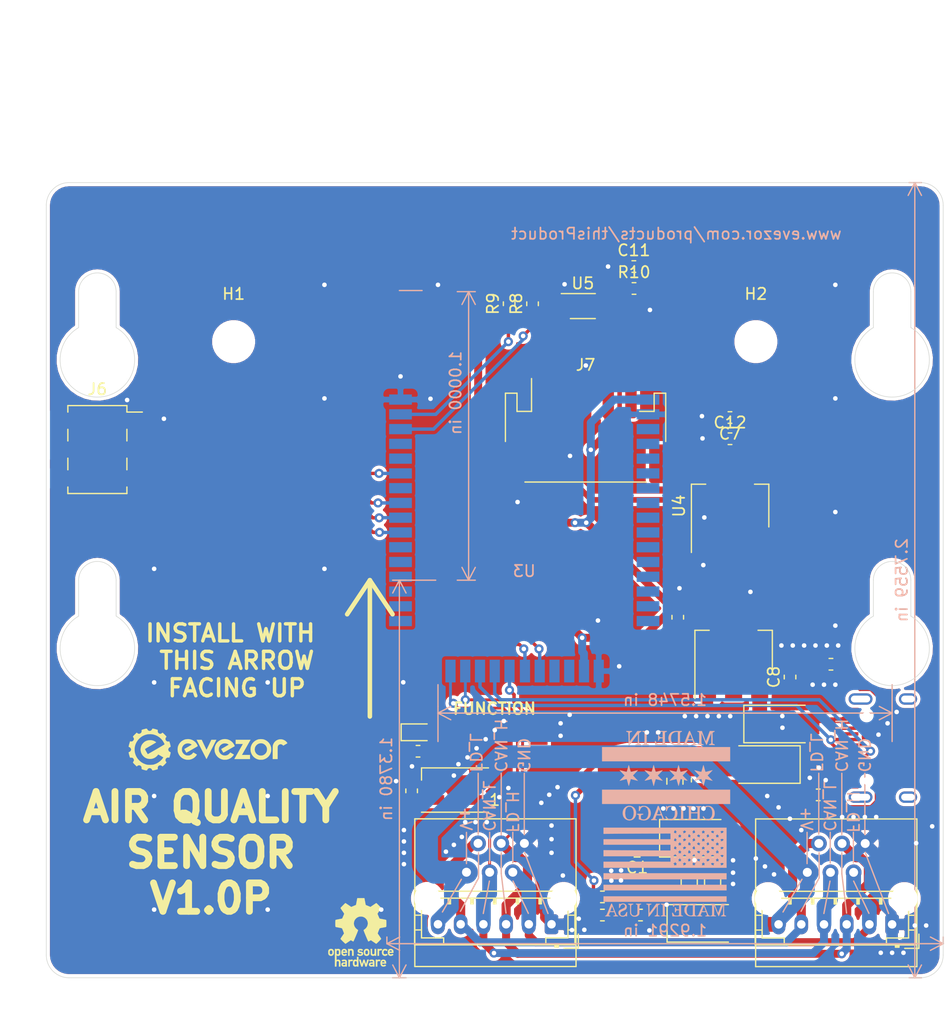
<source format=kicad_pcb>
(kicad_pcb (version 20171130) (host pcbnew "(5.1.5)-3")
  (layers (0 F.Cu signal) (31 B.Cu signal) (34 B.Paste user) (35 F.Paste user) (36 B.SilkS user) (37 F.SilkS user) (38 B.Mask user) (39 F.Mask user) (44 Edge.Cuts user))
  (net 0 "")
  (net 1 "Net-(C1-Pad2)")
  (net 2 "Net-(C1-Pad1)")
  (net 3 "Net-(C2-Pad2)")
  (net 4 GND)
  (net 5 /CAN_H)
  (net 6 /CAN_L)
  (net 7 +3V3)
  (net 8 /FD_H)
  (net 9 /FD_L)
  (net 10 "Net-(D3-Pad1)")
  (net 11 /RESET)
  (net 12 "Net-(U3-Pad19)")
  (net 13 "Net-(U3-Pad16)")
  (net 14 "Net-(U3-Pad28)")
  (net 15 "Net-(U3-Pad15)")
  (net 16 "Net-(U3-Pad14)")
  (net 17 "Net-(U3-Pad13)")
  (net 18 "Net-(U3-Pad12)")
  (net 19 "Net-(U3-Pad11)")
  (net 20 "Net-(U3-Pad10)")
  (net 21 "Net-(U3-Pad9)")
  (net 22 "Net-(U3-Pad8)")
  (net 23 "Net-(U3-Pad7)")
  (net 24 "Net-(U3-Pad6)")
  (net 25 "Net-(U3-Pad5)")
  (net 26 "Net-(U3-Pad29)")
  (net 27 "Net-(U3-Pad30)")
  (net 28 "Net-(U3-Pad31)")
  (net 29 "Net-(U3-Pad32)")
  (net 30 "Net-(U3-Pad33)")
  (net 31 "Net-(U3-Pad37)")
  (net 32 /NEO_STATUS)
  (net 33 "Net-(U3-Pad3)")
  (net 34 "Net-(U3-Pad4)")
  (net 35 "Net-(J1-PadA8)")
  (net 36 "Net-(J1-PadB8)")
  (net 37 "Net-(C3-Pad1)")
  (net 38 /BOOT)
  (net 39 /D+)
  (net 40 /CC2)
  (net 41 /D-)
  (net 42 /CC1)
  (net 43 /VREG_OUT)
  (net 44 /USB_VCC)
  (net 45 /FUNCTION_BUTTON)
  (net 46 /HBT_LED)
  (net 47 "Net-(D6-Pad1)")
  (net 48 VBUS)
  (net 49 /OLED_SCL)
  (net 50 /OLED_SDA)
  (net 51 "Net-(U3-Pad40)")
  (net 52 "Net-(U3-Pad39)")
  (net 53 "Net-(U3-Pad20)")
  (net 54 "Net-(J7-Pad5)")
  (net 55 "Net-(J7-Pad2)")
  (net 56 +5V)
  (net 57 /OUT_2)
  (net 58 /OUT_1)
  (net 59 "Net-(R10-Pad1)")
  (net 60 "Net-(C2-Pad1)")
  (module EvezorLIB:EDGE_STAMP (layer B.Cu) (at 112.6 123.6 180)
    (fp_text reference U3 (at 0 8.4) (layer B.SilkS) (effects (justify mirror)))
    (fp_text value EDGE_STM32F405_CPU_V1)
    (pad 43 smd rect (at 10.9 23.5 90) (size 0.9 2) (layers B.Cu B.Paste B.Mask) (net 4 GND))
    (pad 42 smd rect (at 10.9 22.2 90) (size 0.9 2) (layers B.Cu B.Paste B.Mask) (net 58 /OUT_1))
    (pad 41 smd rect (at 10.9 20.9 90) (size 0.9 2) (layers B.Cu B.Paste B.Mask) (net 57 /OUT_2))
    (pad 40 smd rect (at 10.9 19.6 90) (size 0.9 2) (layers B.Cu B.Paste B.Mask) (net 51 "Net-(U3-Pad40)"))
    (pad 39 smd rect (at 10.9 18.3 90) (size 0.9 2) (layers B.Cu B.Paste B.Mask) (net 52 "Net-(U3-Pad39)"))
    (pad 38 smd rect (at 10.9 17 90) (size 0.9 2) (layers B.Cu B.Paste B.Mask) (net 11 /RESET))
    (pad 37 smd rect (at 10.9 15.7 90) (size 0.9 2) (layers B.Cu B.Paste B.Mask) (net 31 "Net-(U3-Pad37)"))
    (pad 36 smd rect (at 10.9 14.4 90) (size 0.9 2) (layers B.Cu B.Paste B.Mask) (net 38 /BOOT))
    (pad 35 smd rect (at 10.9 13.1 90) (size 0.9 2) (layers B.Cu B.Paste B.Mask) (net 50 /OLED_SDA))
    (pad 34 smd rect (at 10.9 11.8 90) (size 0.9 2) (layers B.Cu B.Paste B.Mask) (net 49 /OLED_SCL))
    (pad 33 smd rect (at 10.9 10.5 90) (size 0.9 2) (layers B.Cu B.Paste B.Mask) (net 30 "Net-(U3-Pad33)"))
    (pad 32 smd rect (at 10.9 9.2 90) (size 0.9 2) (layers B.Cu B.Paste B.Mask) (net 29 "Net-(U3-Pad32)"))
    (pad 31 smd rect (at 10.9 7.9 90) (size 0.9 2) (layers B.Cu B.Paste B.Mask) (net 28 "Net-(U3-Pad31)"))
    (pad 30 smd rect (at 10.9 6.6 90) (size 0.9 2) (layers B.Cu B.Paste B.Mask) (net 27 "Net-(U3-Pad30)"))
    (pad 29 smd rect (at 10.9 5.3 90) (size 0.9 2) (layers B.Cu B.Paste B.Mask) (net 26 "Net-(U3-Pad29)"))
    (pad 1 smd rect (at -10.9 23.5 90) (size 0.9 2) (layers B.Cu B.Paste B.Mask) (net 7 +3V3))
    (pad 2 smd rect (at -10.9 22.2 90) (size 0.9 2) (layers B.Cu B.Paste B.Mask) (net 4 GND))
    (pad 3 smd rect (at -10.9 20.9 90) (size 0.9 2) (layers B.Cu B.Paste B.Mask) (net 33 "Net-(U3-Pad3)"))
    (pad 4 smd rect (at -10.9 19.6 90) (size 0.9 2) (layers B.Cu B.Paste B.Mask) (net 34 "Net-(U3-Pad4)"))
    (pad 5 smd rect (at -10.9 18.3 90) (size 0.9 2) (layers B.Cu B.Paste B.Mask) (net 25 "Net-(U3-Pad5)"))
    (pad 6 smd rect (at -10.9 17 90) (size 0.9 2) (layers B.Cu B.Paste B.Mask) (net 24 "Net-(U3-Pad6)"))
    (pad 7 smd rect (at -10.9 15.7 90) (size 0.9 2) (layers B.Cu B.Paste B.Mask) (net 23 "Net-(U3-Pad7)"))
    (pad 8 smd rect (at -10.9 14.4 90) (size 0.9 2) (layers B.Cu B.Paste B.Mask) (net 22 "Net-(U3-Pad8)"))
    (pad 9 smd rect (at -10.9 13.1 90) (size 0.9 2) (layers B.Cu B.Paste B.Mask) (net 21 "Net-(U3-Pad9)"))
    (pad 10 smd rect (at -10.9 11.8 90) (size 0.9 2) (layers B.Cu B.Paste B.Mask) (net 20 "Net-(U3-Pad10)"))
    (pad 11 smd rect (at -10.9 10.5 90) (size 0.9 2) (layers B.Cu B.Paste B.Mask) (net 19 "Net-(U3-Pad11)"))
    (pad 12 smd rect (at -10.9 9.2 90) (size 0.9 2) (layers B.Cu B.Paste B.Mask) (net 18 "Net-(U3-Pad12)"))
    (pad 13 smd rect (at -10.9 7.9 90) (size 0.9 2) (layers B.Cu B.Paste B.Mask) (net 17 "Net-(U3-Pad13)"))
    (pad 14 smd rect (at -10.9 6.6 90) (size 0.9 2) (layers B.Cu B.Paste B.Mask) (net 16 "Net-(U3-Pad14)"))
    (pad 15 smd rect (at -10.9 5.3 90) (size 0.9 2) (layers B.Cu B.Paste B.Mask) (net 15 "Net-(U3-Pad15)"))
    (pad 28 smd rect (at 10.9 4 90) (size 0.9 2) (layers B.Cu B.Paste B.Mask) (net 14 "Net-(U3-Pad28)"))
    (pad 16 smd rect (at -10.9 4 90) (size 0.9 2) (layers B.Cu B.Paste B.Mask) (net 13 "Net-(U3-Pad16)"))
    (pad 27 smd rect (at 6.5 -0.4) (size 0.9 2) (layers B.Cu B.Paste B.Mask) (net 6 /CAN_L))
    (pad 26 smd rect (at 5.2 -0.4) (size 0.9 2) (layers B.Cu B.Paste B.Mask) (net 5 /CAN_H))
    (pad 25 smd rect (at 3.9 -0.4) (size 0.9 2) (layers B.Cu B.Paste B.Mask) (net 39 /D+))
    (pad 24 smd rect (at 2.6 -0.4) (size 0.9 2) (layers B.Cu B.Paste B.Mask) (net 41 /D-))
    (pad 23 smd rect (at 1.3 -0.4) (size 0.9 2) (layers B.Cu B.Paste B.Mask) (net 45 /FUNCTION_BUTTON))
    (pad 22 smd rect (at -0.06 -0.4) (size 0.9 2) (layers B.Cu B.Paste B.Mask) (net 32 /NEO_STATUS))
    (pad 21 smd rect (at -1.36 -0.4) (size 0.9 2) (layers B.Cu B.Paste B.Mask) (net 46 /HBT_LED))
    (pad 20 smd rect (at -2.66 -0.4) (size 0.9 2) (layers B.Cu B.Paste B.Mask) (net 53 "Net-(U3-Pad20)"))
    (pad 19 smd rect (at -3.96 -0.4) (size 0.9 2) (layers B.Cu B.Paste B.Mask) (net 12 "Net-(U3-Pad19)"))
    (pad 18 smd rect (at -5.26 -0.4) (size 0.9 2) (layers B.Cu B.Paste B.Mask) (net 7 +3V3))
    (pad 17 smd rect (at -6.56 -0.4) (size 0.9 2) (layers B.Cu B.Paste B.Mask) (net 4 GND))
  )
  (module Package_SO:VSSOP-8_2.3x2mm_P0.5mm (layer F.Cu) (at 117.76 91.87)
    (fp_text reference U5 (at 0 -2) (layer F.SilkS))
    (fp_text value LEVEL_SHIFTER_PCA9306)
    (pad 8 smd rect (at 1.55 -0.75 270) (size 0.3 0.8) (layers F.Cu F.Paste F.Mask) (net 59 "Net-(R10-Pad1)"))
    (pad 7 smd rect (at 1.55 -0.25 270) (size 0.3 0.8) (layers F.Cu F.Paste F.Mask) (net 56 +5V))
    (pad 6 smd rect (at 1.55 0.25 270) (size 0.3 0.8) (layers F.Cu F.Paste F.Mask) (net 55 "Net-(J7-Pad2)"))
    (pad 5 smd rect (at 1.55 0.75 270) (size 0.3 0.8) (layers F.Cu F.Paste F.Mask) (net 54 "Net-(J7-Pad5)"))
    (pad 4 smd rect (at -1.55 0.75 270) (size 0.3 0.8) (layers F.Cu F.Paste F.Mask) (net 57 /OUT_2))
    (pad 3 smd rect (at -1.55 0.25 270) (size 0.3 0.8) (layers F.Cu F.Paste F.Mask) (net 58 /OUT_1))
    (pad 2 smd rect (at -1.55 -0.25 270) (size 0.3 0.8) (layers F.Cu F.Paste F.Mask) (net 7 +3V3))
    (pad 1 smd rect (at -1.55 -0.75 270) (size 0.3 0.8) (layers F.Cu F.Paste F.Mask) (net 4 GND))
  )
  (module Package_TO_SOT_SMD:SOT-223-3_TabPin2 (layer F.Cu) (at 130.73 109.46 90)
    (fp_text reference U4 (at 0 -4.5 90) (layer F.SilkS))
    (fp_text value AMS1117-5.0)
    (pad 1 smd rect (at -3.15 -2.3 90) (size 2 1.5) (layers F.Cu F.Paste F.Mask) (net 4 GND))
    (pad 3 smd rect (at -3.15 2.3 90) (size 2 1.5) (layers F.Cu F.Paste F.Mask) (net 43 /VREG_OUT))
    (pad 2 smd rect (at -3.15 0 90) (size 2 1.5) (layers F.Cu F.Paste F.Mask) (net 56 +5V))
    (pad 2 smd rect (at 3.15 0 90) (size 2 3.8) (layers F.Cu F.Paste F.Mask) (net 56 +5V))
  )
  (module Resistor_SMD:R_0603_1608Metric (layer F.Cu) (at 122.2675 90.32)
    (fp_text reference R10 (at 0 -1.43 180) (layer F.SilkS))
    (fp_text value 200K)
    (pad 2 smd roundrect (at 0.7875 0) (size 0.875 0.95) (layers F.Cu F.Paste F.Mask) (net 56 +5V))
    (pad 1 smd roundrect (at -0.7875 0) (size 0.875 0.95) (layers F.Cu F.Paste F.Mask) (net 59 "Net-(R10-Pad1)"))
  )
  (module Resistor_SMD:R_0603_1608Metric (layer F.Cu) (at 111.27 91.6625 90)
    (fp_text reference R9 (at 0 -1.43 90) (layer F.SilkS))
    (fp_text value 2.2k)
    (pad 2 smd roundrect (at 0.7875 0 90) (size 0.875 0.95) (layers F.Cu F.Paste F.Mask) (net 7 +3V3))
    (pad 1 smd roundrect (at -0.7875 0 90) (size 0.875 0.95) (layers F.Cu F.Paste F.Mask) (net 58 /OUT_1))
  )
  (module Resistor_SMD:R_0603_1608Metric (layer F.Cu) (at 113.33 91.6675 90)
    (fp_text reference R8 (at 0 -1.43 90) (layer F.SilkS))
    (fp_text value 2.2k)
    (pad 2 smd roundrect (at 0.7875 0 90) (size 0.875 0.95) (layers F.Cu F.Paste F.Mask) (net 7 +3V3))
    (pad 1 smd roundrect (at -0.7875 0 90) (size 0.875 0.95) (layers F.Cu F.Paste F.Mask) (net 57 /OUT_2))
  )
  (module Capacitor_SMD:C_0603_1608Metric (layer F.Cu) (at 130.7225 103.55)
    (fp_text reference C12 (at 0 -1.43) (layer F.SilkS))
    (fp_text value .1uF)
    (pad 2 smd roundrect (at 0.7875 0) (size 0.875 0.95) (layers F.Cu F.Paste F.Mask) (net 56 +5V))
    (pad 1 smd roundrect (at -0.7875 0) (size 0.875 0.95) (layers F.Cu F.Paste F.Mask) (net 4 GND))
  )
  (module Capacitor_SMD:C_0603_1608Metric (layer F.Cu) (at 122.2525 88.39)
    (fp_text reference C11 (at 0 -1.43) (layer F.SilkS))
    (fp_text value .1uF)
    (pad 2 smd roundrect (at 0.7875 0) (size 0.875 0.95) (layers F.Cu F.Paste F.Mask) (net 56 +5V))
    (pad 1 smd roundrect (at -0.7875 0) (size 0.875 0.95) (layers F.Cu F.Paste F.Mask) (net 4 GND))
  )
  (module Capacitor_SMD:C_0603_1608Metric (layer F.Cu) (at 136.01 124.5275 90)
    (fp_text reference C8 (at 0 -1.43 90) (layer F.SilkS))
    (fp_text value 10uF)
    (pad 2 smd roundrect (at 0.7875 0 90) (size 0.875 0.95) (layers F.Cu F.Paste F.Mask) (net 4 GND))
    (pad 1 smd roundrect (at -0.7875 0 90) (size 0.875 0.95) (layers F.Cu F.Paste F.Mask) (net 43 /VREG_OUT))
  )
  (module Capacitor_SMD:C_0603_1608Metric (layer F.Cu) (at 130.7175 101.68 180)
    (fp_text reference C7 (at 0 -1.43) (layer F.SilkS))
    (fp_text value 10uF)
    (pad 2 smd roundrect (at 0.7875 0 180) (size 0.875 0.95) (layers F.Cu F.Paste F.Mask) (net 4 GND))
    (pad 1 smd roundrect (at -0.7875 0 180) (size 0.875 0.95) (layers F.Cu F.Paste F.Mask) (net 56 +5V))
  )
  (module Connector_JST:JST_PH_S5B-PH-SM4-TB_1x05-1MP_P2.00mm_Horizontal (layer F.Cu) (at 118 102.85)
    (fp_text reference J7 (at 0 -5.8) (layer F.SilkS))
    (fp_text value Conn_01x05)
    (pad MP smd roundrect (at 6.35 2.9) (size 1.5 3.4) (layers F.Cu F.Paste F.Mask) (roundrect_rratio 0.166667))
    (pad MP smd roundrect (at -6.35 2.9) (size 1.5 3.4) (layers F.Cu F.Paste F.Mask) (roundrect_rratio 0.166667))
    (pad 5 smd roundrect (at 4 -2.85) (size 1 3.5) (layers F.Cu F.Paste F.Mask) (net 54 "Net-(J7-Pad5)"))
    (pad 4 smd roundrect (at 2 -2.85) (size 1 3.5) (layers F.Cu F.Paste F.Mask) (net 7 +3V3))
    (pad 3 smd roundrect (at 0 -2.85) (size 1 3.5) (layers F.Cu F.Paste F.Mask) (net 4 GND))
    (pad 2 smd roundrect (at -2 -2.85) (size 1 3.5) (layers F.Cu F.Paste F.Mask) (net 55 "Net-(J7-Pad2)"))
    (pad 1 smd roundrect (at -4 -2.85) (size 1 3.5) (layers F.Cu F.Paste F.Mask) (net 56 +5V))
  )
  (module MountingHole:MountingHole_3.2mm_M3 (layer F.Cu) (at 133 95)
    (fp_text reference H2 (at 0 -4.2) (layer F.SilkS))
    (fp_text value MountingHole)
    (pad 1 np_thru_hole circle (at 0 0) (size 3.2 3.2) (drill 3.2) (layers *.Cu *.Mask))
  )
  (module Evezor_extras:AIR_QUALITY_B5W-LD0101 (layer F.Cu) (at 87 95)
    (fp_text reference H1 (at 0 -4.2) (layer F.SilkS))
    (fp_text value B5W-LD0101)
    (pad 1 np_thru_hole circle (at 0 0) (size 3.2 3.2) (drill 3.2) (layers *.Cu *.Mask))
  )
  (module Capacitor_SMD:C_0805_2012Metric (layer F.Cu) (at 127.13 142.61 90)
    (fp_text reference C3)
    (fp_text value ".1uF 100V")
    (pad 2 smd roundrect (at 0.9375 0 90) (size 0.975 1.4) (layers F.Cu F.Paste F.Mask) (net 4 GND))
    (pad 1 smd roundrect (at -0.9375 0 90) (size 0.975 1.4) (layers F.Cu F.Paste F.Mask) (net 37 "Net-(C3-Pad1)"))
  )
  (module Capacitor_SMD:C_0805_2012Metric (layer F.Cu) (at 122.54 139.66 180)
    (fp_text reference C1 (at 0 -1.65) (layer F.SilkS))
    (fp_text value ".1uF 100V")
    (pad 2 smd roundrect (at 0.9375 0 180) (size 0.975 1.4) (layers F.Cu F.Paste F.Mask) (net 1 "Net-(C1-Pad2)"))
    (pad 1 smd roundrect (at -0.9375 0 180) (size 0.975 1.4) (layers F.Cu F.Paste F.Mask) (net 2 "Net-(C1-Pad1)"))
  )
  (module Connector_PinSocket_2.54mm:PinSocket_2x03_P2.54mm_Vertical_SMD (layer F.Cu) (at 75 104.5)
    (fp_text reference J6 (at 0 -5.31) (layer F.SilkS))
    (fp_text value Conn_02x03_Odd_Even)
    (pad 6 smd rect (at -2.52 2.54) (size 3 1) (layers F.Cu F.Paste F.Mask) (net 7 +3V3))
    (pad 5 smd rect (at 2.52 2.54) (size 3 1) (layers F.Cu F.Paste F.Mask) (net 49 /OLED_SCL))
    (pad 4 smd rect (at -2.52 0) (size 3 1) (layers F.Cu F.Paste F.Mask) (net 50 /OLED_SDA))
    (pad 3 smd rect (at 2.52 0) (size 3 1) (layers F.Cu F.Paste F.Mask) (net 38 /BOOT))
    (pad 2 smd rect (at -2.52 -2.54) (size 3 1) (layers F.Cu F.Paste F.Mask) (net 11 /RESET))
    (pad 1 smd rect (at 2.52 -2.54) (size 3 1) (layers F.Cu F.Paste F.Mask) (net 4 GND))
  )
  (module Symbol:OSHW-Logo_5.7x6mm_SilkScreen (layer F.Cu) (at 98.2 147)
    (fp_text reference REF** hide)
    (fp_text value OSHW-Logo_5.7x6mm_SilkScreen hide)
  )
  (module Evezor_extras:MADE_IN_CHICAGO (layer B.Cu) (at 125.1 133.2 180)
    (fp_text reference G*** hide)
    (fp_text value LOGO hide)
  )
  (module "Evezor_extras:MADE IN USA" (layer B.Cu) (at 125 141.7 180)
    (fp_text reference G*** hide)
    (fp_text value LOGO hide)
  )
  (module EvezorLIB:LOGO_37 (layer F.Cu) (at 79.6 130.9)
    (fp_text reference G*** hide)
    (fp_text value LOGO hide)
  )
  (module EvezorLIB:evezor_18 (layer F.Cu) (at 86.9 130.9)
    (fp_text reference G*** hide)
    (fp_text value LOGO hide)
  )
  (module LED_SMD:LED_SK6812MINI_PLCC4_3.5x3.5mm_P1.75mm (layer F.Cu) (at 106.5 134.475 180)
    (fp_text reference D6)
    (fp_text value SK6812MINI)
    (fp_text user 1 (at -3.5 -0.875) (layer F.SilkS))
    (pad 1 smd rect (at -1.75 -0.875 180) (size 1.6 0.85) (layers F.Cu F.Paste F.Mask) (net 47 "Net-(D6-Pad1)"))
    (pad 2 smd rect (at -1.75 0.875 180) (size 1.6 0.85) (layers F.Cu F.Paste F.Mask) (net 4 GND))
    (pad 4 smd rect (at 1.75 -0.875 180) (size 1.6 0.85) (layers F.Cu F.Paste F.Mask) (net 7 +3V3))
    (pad 3 smd rect (at 1.75 0.875 180) (size 1.6 0.85) (layers F.Cu F.Paste F.Mask) (net 32 /NEO_STATUS))
  )
  (module EvezorLIB:USB_C_Receptacle_HRO_TYPE-C-31-M-12 (layer F.Cu) (at 145.35 130.78 90)
    (fp_text reference J1)
    (fp_text value USB_C_Receptacle_USB2.0)
    (pad B1 smd rect (at 3.25 -4.045 90) (size 0.6 1.45) (layers F.Cu F.Paste F.Mask) (net 4 GND))
    (pad A9 smd rect (at 2.45 -4.045 90) (size 0.6 1.45) (layers F.Cu F.Paste F.Mask) (net 44 /USB_VCC))
    (pad B9 smd rect (at -2.45 -4.045 90) (size 0.6 1.45) (layers F.Cu F.Paste F.Mask) (net 44 /USB_VCC))
    (pad B12 smd rect (at -3.25 -4.045 90) (size 0.6 1.45) (layers F.Cu F.Paste F.Mask) (net 4 GND))
    (pad A1 smd rect (at -3.25 -4.045 90) (size 0.6 1.45) (layers F.Cu F.Paste F.Mask) (net 4 GND))
    (pad A4 smd rect (at -2.45 -4.045 90) (size 0.6 1.45) (layers F.Cu F.Paste F.Mask) (net 44 /USB_VCC))
    (pad B4 smd rect (at 2.45 -4.045 90) (size 0.6 1.45) (layers F.Cu F.Paste F.Mask) (net 44 /USB_VCC))
    (pad A12 smd rect (at 3.25 -4.045 90) (size 0.6 1.45) (layers F.Cu F.Paste F.Mask) (net 4 GND))
    (pad B8 smd rect (at -1.75 -4.045 90) (size 0.3 1.45) (layers F.Cu F.Paste F.Mask) (net 36 "Net-(J1-PadB8)"))
    (pad A5 smd rect (at -1.25 -4.045 90) (size 0.3 1.45) (layers F.Cu F.Paste F.Mask) (net 42 /CC1))
    (pad B7 smd rect (at -0.75 -4.045 90) (size 0.3 1.45) (layers F.Cu F.Paste F.Mask) (net 41 /D-))
    (pad A7 smd rect (at 0.25 -4.045 90) (size 0.3 1.45) (layers F.Cu F.Paste F.Mask) (net 41 /D-))
    (pad B6 smd rect (at 0.75 -4.045 90) (size 0.3 1.45) (layers F.Cu F.Paste F.Mask) (net 39 /D+))
    (pad A8 smd rect (at 1.25 -4.045 90) (size 0.3 1.45) (layers F.Cu F.Paste F.Mask) (net 35 "Net-(J1-PadA8)"))
    (pad B5 smd rect (at 1.75 -4.045 90) (size 0.3 1.45) (layers F.Cu F.Paste F.Mask) (net 40 /CC2))
    (pad A6 smd rect (at -0.25 -4.045 90) (size 0.3 1.45) (layers F.Cu F.Paste F.Mask) (net 39 /D+))
    (pad "" thru_hole oval (at 4.32 -3.13 90) (size 1 2.1) (drill oval 0.6 1.7) (layers *.Cu *.Mask))
    (pad "" thru_hole oval (at -4.32 -3.13 90) (size 1 2.1) (drill oval 0.6 1.7) (layers *.Cu *.Mask))
    (pad "" np_thru_hole circle (at -2.89 -2.6 90) (size 0.65 0.65) (drill 0.65) (layers *.Cu *.Mask))
    (pad "" thru_hole oval (at -4.32 1.05 90) (size 1 1.6) (drill oval 0.6 1.2) (layers *.Cu *.Mask))
    (pad "" np_thru_hole circle (at 2.89 -2.6 90) (size 0.65 0.65) (drill 0.65) (layers *.Cu *.Mask))
    (pad "" thru_hole oval (at 4.32 1.05 90) (size 1 1.6) (drill oval 0.6 1.2) (layers *.Cu *.Mask))
  )
  (module Capacitor_SMD:C_0603_1608Metric (layer F.Cu) (at 102.68 134.5425 270)
    (fp_text reference C9)
    (fp_text value .1uF)
    (pad 2 smd roundrect (at 0.7875 0 270) (size 0.875 0.95) (layers F.Cu F.Paste F.Mask) (net 7 +3V3))
    (pad 1 smd roundrect (at -0.7875 0 270) (size 0.875 0.95) (layers F.Cu F.Paste F.Mask) (net 4 GND))
  )
  (module Connector_JST:JST_PH_B6B-PH-K_1x06_P2.00mm_Vertical (layer F.Cu) (at 115 146.29 180)
    (fp_text reference J5)
    (fp_text value PH)
    (pad 6 thru_hole oval (at 10 0 180) (size 1.2 1.75) (drill 0.75) (layers *.Cu *.Mask) (net 48 VBUS))
    (pad 5 thru_hole oval (at 8 0 180) (size 1.2 1.75) (drill 0.75) (layers *.Cu *.Mask) (net 9 /FD_L))
    (pad 4 thru_hole oval (at 6 0 180) (size 1.2 1.75) (drill 0.75) (layers *.Cu *.Mask) (net 6 /CAN_L))
    (pad 3 thru_hole oval (at 4 0 180) (size 1.2 1.75) (drill 0.75) (layers *.Cu *.Mask) (net 5 /CAN_H))
    (pad 2 thru_hole oval (at 2 0 180) (size 1.2 1.75) (drill 0.75) (layers *.Cu *.Mask) (net 8 /FD_H))
    (pad 1 thru_hole roundrect (at 0 0 180) (size 1.2 1.75) (drill 0.75) (layers *.Cu *.Mask) (roundrect_rratio 0.208333) (net 4 GND))
  )
  (module Capacitor_SMD:C_0603_1608Metric (layer F.Cu) (at 127.83 133.5975 270)
    (fp_text reference C5)
    (fp_text value .1uF)
    (pad 2 smd roundrect (at 0.7875 0 270) (size 0.875 0.95) (layers F.Cu F.Paste F.Mask) (net 4 GND))
    (pad 1 smd roundrect (at -0.7875 0 270) (size 0.875 0.95) (layers F.Cu F.Paste F.Mask) (net 60 "Net-(C2-Pad1)"))
  )
  (module Capacitor_SMD:C_0805_2012Metric (layer F.Cu) (at 125.87 133.7 270)
    (fp_text reference C6)
    (fp_text value 22uF)
    (pad 2 smd roundrect (at 0.9375 0 270) (size 0.975 1.4) (layers F.Cu F.Paste F.Mask) (net 4 GND))
    (pad 1 smd roundrect (at -0.9375 0 270) (size 0.975 1.4) (layers F.Cu F.Paste F.Mask) (net 60 "Net-(C2-Pad1)"))
  )
  (module Capacitor_SMD:C_0603_1608Metric (layer F.Cu) (at 119.4825 143.88)
    (fp_text reference C2)
    (fp_text value .1uF)
    (pad 2 smd roundrect (at 0.7875 0) (size 0.875 0.95) (layers F.Cu F.Paste F.Mask) (net 3 "Net-(C2-Pad2)"))
    (pad 1 smd roundrect (at -0.7875 0) (size 0.875 0.95) (layers F.Cu F.Paste F.Mask) (net 60 "Net-(C2-Pad1)"))
  )
  (module Capacitor_SMD:C_0805_2012Metric (layer F.Cu) (at 129.19 142.5975 90)
    (fp_text reference C4)
    (fp_text value 4.7uF)
    (pad 2 smd roundrect (at 0.9375 0 90) (size 0.975 1.4) (layers F.Cu F.Paste F.Mask) (net 4 GND))
    (pad 1 smd roundrect (at -0.9375 0 90) (size 0.975 1.4) (layers F.Cu F.Paste F.Mask) (net 37 "Net-(C3-Pad1)"))
  )
  (module EvezorLIB:RJ11_C189747_Horizontal (layer F.Cu) (at 140.079999 141.719999 180)
    (fp_text reference J2)
    (fp_text value RJ11)
    (pad "" np_thru_hole circle (at 6 -2.3) (size 2.3 2.3) (drill 2.3) (layers *.Cu *.Mask))
    (pad "" np_thru_hole circle (at -6 -2.3 180) (size 2.3 2.3) (drill 2.3) (layers *.Cu *.Mask))
    (pad 5 thru_hole circle (at 1.53 2.54 180) (size 1.39 1.39) (drill 0.79) (layers *.Cu *.Mask) (net 9 /FD_L))
    (pad 3 thru_hole circle (at -0.51 2.54 180) (size 1.39 1.39) (drill 0.79) (layers *.Cu *.Mask) (net 5 /CAN_H))
    (pad 1 thru_hole circle (at -2.55 2.54 180) (size 1.39 1.39) (drill 0.79) (layers *.Cu *.Mask) (net 4 GND))
    (pad 6 thru_hole circle (at 2.55 0 180) (size 1.39 1.39) (drill 0.79) (layers *.Cu *.Mask) (net 48 VBUS))
    (pad 4 thru_hole circle (at 0.51 0 180) (size 1.39 1.39) (drill 0.79) (layers *.Cu *.Mask) (net 6 /CAN_L))
    (pad 2 thru_hole circle (at -1.53 0 180) (size 1.39 1.39) (drill 0.79) (layers *.Cu *.Mask) (net 8 /FD_H))
  )
  (module EvezorLIB:RJ11_C189747_Horizontal (layer F.Cu) (at 110.059999 141.709999 180)
    (fp_text reference J3)
    (fp_text value RJ11)
    (pad "" np_thru_hole circle (at 6 -2.3) (size 2.3 2.3) (drill 2.3) (layers *.Cu *.Mask))
    (pad "" np_thru_hole circle (at -6 -2.3 180) (size 2.3 2.3) (drill 2.3) (layers *.Cu *.Mask))
    (pad 5 thru_hole circle (at 1.53 2.54 180) (size 1.39 1.39) (drill 0.79) (layers *.Cu *.Mask) (net 9 /FD_L))
    (pad 3 thru_hole circle (at -0.51 2.54 180) (size 1.39 1.39) (drill 0.79) (layers *.Cu *.Mask) (net 5 /CAN_H))
    (pad 1 thru_hole circle (at -2.55 2.54 180) (size 1.39 1.39) (drill 0.79) (layers *.Cu *.Mask) (net 4 GND))
    (pad 6 thru_hole circle (at 2.55 0 180) (size 1.39 1.39) (drill 0.79) (layers *.Cu *.Mask) (net 48 VBUS))
    (pad 4 thru_hole circle (at 0.51 0 180) (size 1.39 1.39) (drill 0.79) (layers *.Cu *.Mask) (net 6 /CAN_L))
    (pad 2 thru_hole circle (at -1.53 0 180) (size 1.39 1.39) (drill 0.79) (layers *.Cu *.Mask) (net 8 /FD_H))
  )
  (module Connector_JST:JST_PH_B6B-PH-K_1x06_P2.00mm_Vertical (layer F.Cu) (at 145 146.3 180)
    (fp_text reference J4)
    (fp_text value PH)
    (pad 6 thru_hole oval (at 10 0 180) (size 1.2 1.75) (drill 0.75) (layers *.Cu *.Mask) (net 48 VBUS))
    (pad 5 thru_hole oval (at 8 0 180) (size 1.2 1.75) (drill 0.75) (layers *.Cu *.Mask) (net 9 /FD_L))
    (pad 4 thru_hole oval (at 6 0 180) (size 1.2 1.75) (drill 0.75) (layers *.Cu *.Mask) (net 6 /CAN_L))
    (pad 3 thru_hole oval (at 4 0 180) (size 1.2 1.75) (drill 0.75) (layers *.Cu *.Mask) (net 5 /CAN_H))
    (pad 2 thru_hole oval (at 2 0 180) (size 1.2 1.75) (drill 0.75) (layers *.Cu *.Mask) (net 8 /FD_H))
    (pad 1 thru_hole roundrect (at 0 0 180) (size 1.2 1.75) (drill 0.75) (layers *.Cu *.Mask) (roundrect_rratio 0.208333) (net 4 GND))
  )
  (module Resistor_SMD:R_0603_1608Metric (layer F.Cu) (at 122.8375 145.48 180)
    (fp_text reference R1)
    (fp_text value 10k)
    (pad 2 smd roundrect (at 0.7875 0 180) (size 0.875 0.95) (layers F.Cu F.Paste F.Mask) (net 3 "Net-(C2-Pad2)"))
    (pad 1 smd roundrect (at -0.7875 0 180) (size 0.875 0.95) (layers F.Cu F.Paste F.Mask) (net 4 GND))
  )
  (module Resistor_SMD:R_0603_1608Metric (layer F.Cu) (at 119.4825 145.48)
    (fp_text reference R2)
    (fp_text value 82k)
    (pad 2 smd roundrect (at 0.7875 0) (size 0.875 0.95) (layers F.Cu F.Paste F.Mask) (net 3 "Net-(C2-Pad2)"))
    (pad 1 smd roundrect (at -0.7875 0) (size 0.875 0.95) (layers F.Cu F.Paste F.Mask) (net 60 "Net-(C2-Pad1)"))
  )
  (module Package_TO_SOT_SMD:SOT-23-6 (layer F.Cu) (at 123.65 142.46)
    (fp_text reference U1)
    (fp_text value SY8401ABC)
    (pad 5 smd rect (at 1.1 0) (size 1.06 0.65) (layers F.Cu F.Paste F.Mask) (net 37 "Net-(C3-Pad1)"))
    (pad 6 smd rect (at 1.1 -0.95) (size 1.06 0.65) (layers F.Cu F.Paste F.Mask) (net 2 "Net-(C1-Pad1)"))
    (pad 4 smd rect (at 1.1 0.95) (size 1.06 0.65) (layers F.Cu F.Paste F.Mask) (net 37 "Net-(C3-Pad1)"))
    (pad 3 smd rect (at -1.1 0.95) (size 1.06 0.65) (layers F.Cu F.Paste F.Mask) (net 3 "Net-(C2-Pad2)"))
    (pad 2 smd rect (at -1.1 0) (size 1.06 0.65) (layers F.Cu F.Paste F.Mask) (net 4 GND))
    (pad 1 smd rect (at -1.1 -0.95) (size 1.06 0.65) (layers F.Cu F.Paste F.Mask) (net 1 "Net-(C1-Pad2)"))
  )
  (module Diode_SMD:D_SMA (layer F.Cu) (at 127.92 138.72)
    (fp_text reference D1)
    (fp_text value SX35_SCHOTTKY)
    (pad 2 smd rect (at 2 0) (size 2.5 1.8) (layers F.Cu F.Paste F.Mask) (net 4 GND))
    (pad 1 smd rect (at -2 0) (size 2.5 1.8) (layers F.Cu F.Paste F.Mask) (net 2 "Net-(C1-Pad1)"))
  )
  (module LED_SMD:LED_0603_1608Metric (layer F.Cu) (at 103.2425 129.39)
    (fp_text reference D3)
    (fp_text value LED)
    (pad 2 smd roundrect (at 0.7875 0) (size 0.875 0.95) (layers F.Cu F.Paste F.Mask) (net 46 /HBT_LED))
    (pad 1 smd roundrect (at -0.7875 0) (size 0.875 0.95) (layers F.Cu F.Paste F.Mask) (net 10 "Net-(D3-Pad1)"))
  )
  (module EvezorLIB:INDUCTOR_7.5X6.6_GCDA0630-220MC (layer F.Cu) (at 120.84 134.845 90)
    (fp_text reference L1)
    (fp_text value 22uH)
    (pad 2 smd rect (at 2.695 0 90) (size 1.98 3.43) (layers F.Cu F.Paste F.Mask) (net 60 "Net-(C2-Pad1)"))
    (pad 1 smd rect (at -2.695 0 90) (size 1.98 3.43) (layers F.Cu F.Paste F.Mask) (net 2 "Net-(C1-Pad1)"))
  )
  (module Resistor_SMD:R_0603_1608Metric (layer F.Cu) (at 103.2425 131.06 180)
    (fp_text reference R5)
    (fp_text value 15k)
    (pad 2 smd roundrect (at 0.7875 0 180) (size 0.875 0.95) (layers F.Cu F.Paste F.Mask) (net 10 "Net-(D3-Pad1)"))
    (pad 1 smd roundrect (at -0.7875 0 180) (size 0.875 0.95) (layers F.Cu F.Paste F.Mask) (net 4 GND))
  )
  (module Package_TO_SOT_SMD:SOT-223-3_TabPin2 (layer F.Cu) (at 131.04 122.32 90)
    (fp_text reference U2)
    (fp_text value AMS1117-3.3)
    (pad 1 smd rect (at -3.15 -2.3 90) (size 2 1.5) (layers F.Cu F.Paste F.Mask) (net 4 GND))
    (pad 3 smd rect (at -3.15 2.3 90) (size 2 1.5) (layers F.Cu F.Paste F.Mask) (net 43 /VREG_OUT))
    (pad 2 smd rect (at -3.15 0 90) (size 2 1.5) (layers F.Cu F.Paste F.Mask) (net 7 +3V3))
    (pad 2 smd rect (at 3.15 0 90) (size 2 3.8) (layers F.Cu F.Paste F.Mask) (net 7 +3V3))
  )
  (module Diode_SMD:D_SMA (layer F.Cu) (at 128.58 146.21)
    (fp_text reference D2)
    (fp_text value SX35_SCHOTTKY)
    (pad 1 smd rect (at -2 0) (size 2.5 1.8) (layers F.Cu F.Paste F.Mask) (net 37 "Net-(C3-Pad1)"))
    (pad 2 smd rect (at 2 0) (size 2.5 1.8) (layers F.Cu F.Paste F.Mask) (net 48 VBUS))
  )
  (module Resistor_SMD:R_0603_1608Metric (layer F.Cu) (at 139.6125 123.4 180)
    (fp_text reference R3)
    (fp_text value 5.1k)
    (pad 2 smd roundrect (at 0.7875 0 180) (size 0.875 0.95) (layers F.Cu F.Paste F.Mask) (net 4 GND))
    (pad 1 smd roundrect (at -0.7875 0 180) (size 0.875 0.95) (layers F.Cu F.Paste F.Mask) (net 40 /CC2))
  )
  (module Resistor_SMD:R_0603_1608Metric (layer F.Cu) (at 138.4875 134.9 180)
    (fp_text reference R4)
    (fp_text value 5.1k)
    (pad 1 smd roundrect (at -0.7875 0 180) (size 0.875 0.95) (layers F.Cu F.Paste F.Mask) (net 42 /CC1))
    (pad 2 smd roundrect (at 0.7875 0 180) (size 0.875 0.95) (layers F.Cu F.Paste F.Mask) (net 4 GND))
  )
  (module Diode_SMD:D_SMA (layer F.Cu) (at 135.34 128.66)
    (fp_text reference D4)
    (fp_text value SX35_SCHOTTKY)
    (pad 2 smd rect (at 2 0) (size 2.5 1.8) (layers F.Cu F.Paste F.Mask) (net 44 /USB_VCC))
    (pad 1 smd rect (at -2 0) (size 2.5 1.8) (layers F.Cu F.Paste F.Mask) (net 43 /VREG_OUT))
  )
  (module Diode_SMD:D_SMA (layer F.Cu) (at 133.5 132.23 180)
    (fp_text reference D5)
    (fp_text value SX35_SCHOTTKY)
    (pad 1 smd rect (at -2 0 180) (size 2.5 1.8) (layers F.Cu F.Paste F.Mask) (net 43 /VREG_OUT))
    (pad 2 smd rect (at 2 0 180) (size 2.5 1.8) (layers F.Cu F.Paste F.Mask) (net 60 "Net-(C2-Pad1)"))
  )
  (module EvezorLIB:SWITCH_2x3_SMD_TACTILE_GREEN (layer F.Cu) (at 110.05 129.9 180)
    (fp_text reference SW1)
    (fp_text value SW_Push)
    (pad 1 smd rect (at -3.85 0 180) (size 1.5 1.2) (layers F.Cu F.Paste F.Mask) (net 45 /FUNCTION_BUTTON))
    (pad 2 smd rect (at 3.85 0 180) (size 1.5 1.2) (layers F.Cu F.Paste F.Mask) (net 4 GND))
  )
  (module Capacitor_SMD:C_0603_1608Metric (layer F.Cu) (at 126.12 119.2625 270)
    (fp_text reference C10)
    (fp_text value .1uF)
    (pad 1 smd roundrect (at -0.7875 0 270) (size 0.875 0.95) (layers F.Cu F.Paste F.Mask) (net 7 +3V3))
    (pad 2 smd roundrect (at 0.7875 0 270) (size 0.875 0.95) (layers F.Cu F.Paste F.Mask) (net 4 GND))
  )
  (gr_line (start 99 116) (end 101 119) (layer F.SilkS) (width 0.4))
  (gr_line (start 99 116) (end 97 119) (layer F.SilkS) (width 0.4))
  (gr_line (start 99 128) (end 99 116) (layer F.SilkS) (width 0.4))
  (gr_text "INSTALL WITH \nTHIS ARROW\nFACING UP" (at 87.28 123.08) (layer F.SilkS) (effects (font (size 1.5 1.5) (thickness 0.3))))
  (gr_arc (start 75 115.999999) (end 76.65 115.999999) (angle -180) (layer Edge.Cuts) (width 0.05))
  (gr_line (start 73.35 119.163729) (end 73.35 115.999999) (layer Edge.Cuts) (width 0.05))
  (gr_arc (start 75 121.999999) (end 73.35 119.163729) (angle -299.6226003) (layer Edge.Cuts) (width 0.05))
  (gr_line (start 76.65 119.163729) (end 76.65 115.999999) (layer Edge.Cuts) (width 0.05))
  (gr_arc (start 72.500001 149) (end 70.500001 148.999999) (angle -90) (layer Edge.Cuts) (width 0.05))
  (gr_line (start 70.500001 149) (end 70.500001 83) (layer Edge.Cuts) (width 0.05))
  (gr_arc (start 72.500001 83.000001) (end 72.500001 81) (angle -90) (layer Edge.Cuts) (width 0.05))
  (gr_line (start 72.500001 81) (end 147.499999 81) (layer Edge.Cuts) (width 0.05))
  (gr_arc (start 147.499999 83.000001) (end 149.499999 83.000001) (angle -90) (layer Edge.Cuts) (width 0.05))
  (gr_line (start 149.5 149) (end 149.499999 83) (layer Edge.Cuts) (width 0.05))
  (gr_arc (start 147.499999 149) (end 147.5 151) (angle -90) (layer Edge.Cuts) (width 0.05))
  (gr_line (start 72.500001 151) (end 147.5 151) (layer Edge.Cuts) (width 0.05))
  (gr_arc (start 145 115.999999) (end 146.65 115.999999) (angle -180) (layer Edge.Cuts) (width 0.05))
  (gr_line (start 143.35 119.163729) (end 143.35 115.999999) (layer Edge.Cuts) (width 0.05))
  (gr_arc (start 145 121.999999) (end 143.35 119.163729) (angle -299.6226003) (layer Edge.Cuts) (width 0.05))
  (gr_line (start 146.65 119.163729) (end 146.65 115.999999) (layer Edge.Cuts) (width 0.05))
  (gr_arc (start 75 90.6) (end 76.65 90.6) (angle -180) (layer Edge.Cuts) (width 0.05))
  (gr_line (start 73.35 93.76373) (end 73.35 90.6) (layer Edge.Cuts) (width 0.05))
  (gr_arc (start 75 96.6) (end 73.35 93.76373) (angle -299.6226003) (layer Edge.Cuts) (width 0.05))
  (gr_line (start 76.65 93.76373) (end 76.65 90.6) (layer Edge.Cuts) (width 0.05))
  (gr_arc (start 145 90.6) (end 146.65 90.6) (angle -180) (layer Edge.Cuts) (width 0.05))
  (gr_line (start 143.35 93.76373) (end 143.35 90.6) (layer Edge.Cuts) (width 0.05))
  (gr_arc (start 145 96.6) (end 143.35 93.76373) (angle -299.6226003) (layer Edge.Cuts) (width 0.05))
  (gr_line (start 146.65 93.76373) (end 146.65 90.6) (layer Edge.Cuts) (width 0.05))
  (gr_line (start 105 127.1) (end 105 125.2) (layer B.SilkS) (width 0.12))
  (gr_line (start 145 127.1) (end 145 125.2) (layer B.SilkS) (width 0.12))
  (gr_text "AIR QUALITY\nSENSOR\nV1.0P" (at 85 140) (layer F.SilkS) (effects (font (size 2.5 2.5) (thickness 0.6))))
  (dimension 69.999999 (width 0.12) (layer B.SilkS) (gr_text "70.000 mm" (at 148.27 115.999999 270) (layer B.SilkS) (effects (font (size 1 1) (thickness 0.15)) (justify mirror))) (feature1 (pts (xy 146.5 150.999999) (xy 147.586421 150.999999))) (feature2 (pts (xy 146.5 81) (xy 147.586421 81))) (crossbar (pts (xy 147 81) (xy 147 150.999999))) (arrow1a (pts (xy 147 150.999999) (xy 146.413579 149.873495))) (arrow1b (pts (xy 147 150.999999) (xy 147.586421 149.873495))) (arrow2a (pts (xy 147 81) (xy 146.413579 82.126504))) (arrow2b (pts (xy 147 81) (xy 147.586421 82.126504))))
  (gr_line (start 101.6 116) (end 104.8 116) (layer B.SilkS) (width 0.12))
  (gr_line (start 101.6 90.500001) (end 103.6 90.5) (layer B.SilkS) (width 0.12))
  (gr_text FUNCTION (at 109.97 127.31) (layer F.SilkS) (effects (font (size 1 1) (thickness 0.2))))
  (gr_text "GND\n" (at 112.53 131.4 270) (layer B.SilkS) (effects (font (size 1 1)) (justify mirror)))
  (gr_text "FD_H\n" (at 111.54 136.4 270) (layer B.SilkS) (effects (font (size 1 1)) (justify mirror)))
  (gr_text V+ (at 107.45 136.99 270) (layer B.SilkS) (effects (font (size 1 1)) (justify mirror)))
  (gr_text CAN_L (at 109.48 135.89 270) (layer B.SilkS) (effects (font (size 1 1)) (justify mirror)))
  (gr_text "FD_L\n" (at 108.32 131.2 -90) (layer B.SilkS) (effects (font (size 1 1)) (justify mirror)))
  (gr_text CAN_H (at 110.51 130.55 270) (layer B.SilkS) (effects (font (size 1 1)) (justify mirror)))
  (gr_line (start 110.57 138.4) (end 110.57 133) (layer B.SilkS) (width 0.12))
  (gr_line (start 112.96 145.33) (end 111.61 142.49) (layer B.SilkS) (width 0.12))
  (gr_line (start 114.69 145.34) (end 112.63 139.97) (layer B.SilkS) (width 0.12))
  (gr_line (start 111.59 140.89) (end 111.59 138.2) (layer B.SilkS) (width 0.12))
  (gr_line (start 105.39 145.21) (end 107.06 142.33) (layer B.SilkS) (width 0.12))
  (gr_line (start 109.55 140.9) (end 109.55 138.2) (layer B.SilkS) (width 0.12))
  (gr_line (start 106.98 145.15) (end 108.57 142.22) (layer B.SilkS) (width 0.12))
  (gr_line (start 108.57 142.22) (end 108.57 139.98) (layer B.SilkS) (width 0.12))
  (gr_line (start 110.99 145.3) (end 110.57 141.82) (layer B.SilkS) (width 0.12))
  (gr_line (start 107.51 140.95) (end 107.51 138.2) (layer B.SilkS) (width 0.12))
  (gr_line (start 108.54 138.36) (end 108.54 133) (layer B.SilkS) (width 0.12))
  (gr_line (start 110.57 141.82) (end 110.57 139.99) (layer B.SilkS) (width 0.12))
  (gr_line (start 112.6 138.4) (end 112.6 133) (layer B.SilkS) (width 0.12))
  (gr_line (start 108.99 145.34) (end 109.53 142.49) (layer B.SilkS) (width 0.12))
  (dimension 25.399999 (width 0.12) (layer B.SilkS) (gr_text "25.400 mm" (at 108.97 103.3 -90) (layer B.SilkS) (effects (font (size 1 1) (thickness 0.15)) (justify right mirror))) (feature1 (pts (xy 106.7 90.600001) (xy 108.286421 90.600001))) (feature2 (pts (xy 106.7 116) (xy 108.286421 116))) (crossbar (pts (xy 107.7 116) (xy 107.7 90.600001))) (arrow1a (pts (xy 107.7 90.600001) (xy 108.286421 91.726505))) (arrow1b (pts (xy 107.7 90.600001) (xy 107.113579 91.726505))) (arrow2a (pts (xy 107.7 116) (xy 108.286421 114.873496))) (arrow2b (pts (xy 107.7 116) (xy 107.113579 114.873496))))
  (gr_text "www.evezor.com/products/thisProduct\n" (at 126 85.5) (layer B.SilkS) (effects (font (size 1 1)) (justify mirror)))
  (dimension 35 (width 0.12) (layer B.SilkS) (gr_text "35.000 mm" (at 102.87 133.5 -90) (layer B.SilkS) (effects (font (size 1 1) (thickness 0.15)) (justify mirror))) (feature1 (pts (xy 101 116) (xy 102.186421 116))) (feature2 (pts (xy 101 151) (xy 102.186421 151))) (crossbar (pts (xy 101.6 151) (xy 101.6 116))) (arrow1a (pts (xy 101.6 116) (xy 102.186421 117.126504))) (arrow1b (pts (xy 101.6 116) (xy 101.013579 117.126504))) (arrow2a (pts (xy 101.6 151) (xy 102.186421 149.873496))) (arrow2b (pts (xy 101.6 151) (xy 101.013579 149.873496))))
  (dimension 40 (width 0.12) (layer B.SilkS) (gr_text "40.000 mm" (at 125 126.43) (layer B.SilkS) (effects (font (size 1 1) (thickness 0.15)) (justify mirror))) (feature1 (pts (xy 105 130.2) (xy 105 127.113579))) (feature2 (pts (xy 145 130.2) (xy 145 127.113579))) (crossbar (pts (xy 145 127.7) (xy 105 127.7))) (arrow1a (pts (xy 105 127.7) (xy 106.126504 127.113579))) (arrow1b (pts (xy 105 127.7) (xy 106.126504 128.286421))) (arrow2a (pts (xy 145 127.7) (xy 143.873496 127.113579))) (arrow2b (pts (xy 145 127.7) (xy 143.873496 128.286421))))
  (dimension 49 (width 0.12) (layer B.SilkS) (gr_text "49.000 mm" (at 125 146.73) (layer B.SilkS) (effects (font (size 1 1) (thickness 0.15)) (justify mirror))) (feature1 (pts (xy 100.5 148) (xy 100.5 147.413579))) (feature2 (pts (xy 149.5 148) (xy 149.5 147.413579))) (crossbar (pts (xy 149.5 148) (xy 100.5 148))) (arrow1a (pts (xy 100.5 148) (xy 101.626504 147.413579))) (arrow1b (pts (xy 100.5 148) (xy 101.626504 148.586421))) (arrow2a (pts (xy 149.5 148) (xy 148.373496 147.413579))) (arrow2b (pts (xy 149.5 148) (xy 148.373496 148.586421))))
  (gr_text "GND\n" (at 142.53 131.4 270) (layer B.SilkS) (effects (font (size 1 1)) (justify mirror)))
  (gr_text V+ (at 137.45 136.99 270) (layer B.SilkS) (effects (font (size 1 1)) (justify mirror)))
  (gr_text CAN_L (at 139.48 135.89 270) (layer B.SilkS) (effects (font (size 1 1)) (justify mirror)))
  (gr_text "FD_L\n" (at 138.32 131.2 270) (layer B.SilkS) (effects (font (size 1 1)) (justify mirror)))
  (gr_text CAN_H (at 140.51 130.55 270) (layer B.SilkS) (effects (font (size 1 1)) (justify mirror)))
  (gr_text "FD_H\n" (at 141.54 136.4 270) (layer B.SilkS) (effects (font (size 1 1)) (justify mirror)))
  (gr_line (start 141.59 140.89) (end 141.59 138.2) (layer B.SilkS) (width 0.12))
  (gr_line (start 142.6 138.4) (end 142.6 133) (layer B.SilkS) (width 0.12))
  (gr_line (start 144.69 145.34) (end 142.63 139.97) (layer B.SilkS) (width 0.12))
  (gr_line (start 138.99 145.34) (end 139.53 142.49) (layer B.SilkS) (width 0.12))
  (gr_line (start 135.39 145.21) (end 137.06 142.33) (layer B.SilkS) (width 0.12))
  (gr_line (start 138.57 142.22) (end 138.57 139.98) (layer B.SilkS) (width 0.12))
  (gr_line (start 137.51 140.95) (end 137.51 138.2) (layer B.SilkS) (width 0.12))
  (gr_line (start 138.54 138.36) (end 138.54 133) (layer B.SilkS) (width 0.12))
  (gr_line (start 142.96 145.33) (end 141.61 142.49) (layer B.SilkS) (width 0.12))
  (gr_line (start 140.57 141.82) (end 140.57 139.99) (layer B.SilkS) (width 0.12))
  (gr_line (start 136.98 145.15) (end 138.57 142.22) (layer B.SilkS) (width 0.12))
  (gr_line (start 140.57 138.4) (end 140.57 133) (layer B.SilkS) (width 0.12))
  (gr_line (start 139.55 140.9) (end 139.55 138.2) (layer B.SilkS) (width 0.12))
  (gr_line (start 140.99 145.3) (end 140.57 141.82) (layer B.SilkS) (width 0.12))
  (segment (start 121.6025 140.2725) (end 121.6025 139.63) (width 0.7) (layer F.Cu) (net 1))
  (segment (start 122.24 140.91) (end 121.6025 140.2725) (width 0.7) (layer F.Cu) (net 1))
  (segment (start 122.55 141.51) (end 122.55 140.91) (width 0.7) (layer F.Cu) (net 1))
  (segment (start 122.55 140.91) (end 122.24 140.91) (width 0.7) (layer F.Cu) (net 1))
  (segment (start 124.75 139.89) (end 125.92 138.72) (width 0.2) (layer F.Cu) (net 2))
  (segment (start 124.75 141.51) (end 124.75 139.89) (width 0.2) (layer F.Cu) (net 2))
  (segment (start 124.57 139.71) (end 123.35 139.71) (width 0.2) (layer F.Cu) (net 2))
  (segment (start 124.75 139.89) (end 124.57 139.71) (width 0.2) (layer F.Cu) (net 2))
  (segment (start 122.755 137.54) (end 120.84 137.54) (width 0.2) (layer F.Cu) (net 2))
  (segment (start 123.35 138.135) (end 122.755 137.54) (width 0.2) (layer F.Cu) (net 2))
  (segment (start 123.35 139.71) (end 123.35 138.135) (width 0.2) (layer F.Cu) (net 2))
  (segment (start 120.27 145.48) (end 120.27 143.88) (width 0.9) (layer F.Cu) (net 3))
  (segment (start 120.45 143.81) (end 122.75 143.81) (width 0.9) (layer F.Cu) (net 3))
  (segment (start 120.45 143.81) (end 121.15 143.81) (width 0.7) (layer F.Cu) (net 3))
  (segment (start 121.32 143.41) (end 122.55 143.41) (width 0.7) (layer F.Cu) (net 3))
  (segment (start 121.15 143.58) (end 121.32 143.41) (width 0.7) (layer F.Cu) (net 3))
  (segment (start 121.15 143.81) (end 121.15 143.58) (width 0.7) (layer F.Cu) (net 3))
  (segment (start 120.32 143.93) (end 120.27 143.88) (width 0.9) (layer F.Cu) (net 3))
  (via (at 121.12 142.43) (size 0.8) (drill 0.4) (layers F.Cu B.Cu) (net 4))
  (via (at 120.27 142.45) (size 0.8) (drill 0.4) (layers F.Cu B.Cu) (net 4))
  (via (at 121.13 141.55) (size 0.8) (drill 0.4) (layers F.Cu B.Cu) (net 4))
  (via (at 124.84 136.1) (size 0.8) (drill 0.4) (layers F.Cu B.Cu) (net 4))
  (via (at 125.74 136.1) (size 0.8) (drill 0.4) (layers F.Cu B.Cu) (net 4))
  (via (at 126.63 136.1) (size 0.8) (drill 0.4) (layers F.Cu B.Cu) (net 4))
  (via (at 127.5 136.1) (size 0.8) (drill 0.4) (layers F.Cu B.Cu) (net 4))
  (via (at 128.38 136.1) (size 0.8) (drill 0.4) (layers F.Cu B.Cu) (net 4))
  (segment (start 145 145.425) (end 144.275 144.7) (width 0.8) (layer B.Cu) (net 4))
  (segment (start 145 146.3) (end 145 145.425) (width 0.8) (layer B.Cu) (net 4))
  (segment (start 144.275 144.7) (end 144.275 144.125) (width 0.8) (layer B.Cu) (net 4))
  (segment (start 145 146.3) (end 145 145.425) (width 0.8) (layer F.Cu) (net 4))
  (segment (start 145 145.425) (end 144.325 144.75) (width 0.8) (layer F.Cu) (net 4))
  (segment (start 114.4 145.69) (end 114.4 145.22) (width 0.8) (layer F.Cu) (net 4))
  (segment (start 115 146.29) (end 114.4 145.69) (width 0.8) (layer F.Cu) (net 4))
  (segment (start 114.4 145.22) (end 114.03 144.85) (width 0.8) (layer F.Cu) (net 4))
  (segment (start 115 146.29) (end 115 145.8) (width 0.8) (layer B.Cu) (net 4))
  (segment (start 114.8 145.6) (end 114.8 145.340002) (width 0.8) (layer B.Cu) (net 4))
  (segment (start 115 145.8) (end 114.8 145.6) (width 0.8) (layer B.Cu) (net 4))
  (segment (start 114.8 145.340002) (end 114.579999 145.120001) (width 0.8) (layer B.Cu) (net 4))
  (via (at 130.99 141.75) (size 0.8) (drill 0.4) (layers F.Cu B.Cu) (net 4))
  (via (at 130.99 140.66) (size 0.8) (drill 0.4) (layers F.Cu B.Cu) (net 4))
  (via (at 127.59 140.64) (size 0.8) (drill 0.4) (layers F.Cu B.Cu) (net 4))
  (via (at 120.26 141.58) (size 0.8) (drill 0.4) (layers F.Cu B.Cu) (net 4))
  (via (at 125.14 144.57) (size 0.8) (drill 0.4) (layers F.Cu B.Cu) (net 4))
  (via (at 123.62 146.83) (size 0.8) (drill 0.4) (layers F.Cu B.Cu) (net 4))
  (via (at 117.89 146.78) (size 0.8) (drill 0.4) (layers F.Cu B.Cu) (net 4))
  (via (at 116.6 127.85) (size 0.8) (drill 0.4) (layers F.Cu B.Cu) (net 4))
  (via (at 114.8 134.89) (size 0.8) (drill 0.4) (layers F.Cu B.Cu) (net 4))
  (via (at 115.53 134.22) (size 0.8) (drill 0.4) (layers F.Cu B.Cu) (net 4))
  (via (at 130.99 142.74) (size 0.8) (drill 0.4) (layers F.Cu B.Cu) (net 4))
  (via (at 148.53 137.67) (size 0.8) (drill 0.4) (layers F.Cu B.Cu) (net 4))
  (via (at 147.12 139.15) (size 0.8) (drill 0.4) (layers F.Cu B.Cu) (net 4))
  (via (at 123.4 129.4) (size 0.8) (drill 0.4) (layers F.Cu B.Cu) (net 4))
  (via (at 124.4 129.4) (size 0.8) (drill 0.4) (layers F.Cu B.Cu) (net 4))
  (via (at 116.8 146.8) (size 0.8) (drill 0.4) (layers F.Cu B.Cu) (net 4))
  (via (at 117.4 145.8) (size 0.8) (drill 0.4) (layers F.Cu B.Cu) (net 4))
  (via (at 116 142) (size 0.8) (drill 0.4) (layers F.Cu B.Cu) (net 4))
  (via (at 144 148.8) (size 0.8) (drill 0.4) (layers F.Cu B.Cu) (net 4))
  (via (at 145 148.8) (size 0.8) (drill 0.4) (layers F.Cu B.Cu) (net 4))
  (via (at 146 148.8) (size 0.8) (drill 0.4) (layers F.Cu B.Cu) (net 4))
  (via (at 147 146.4) (size 0.8) (drill 0.4) (layers F.Cu B.Cu) (net 4))
  (via (at 148 146.4) (size 0.8) (drill 0.4) (layers F.Cu B.Cu) (net 4))
  (via (at 140 125.2) (size 0.8) (drill 0.4) (layers F.Cu B.Cu) (net 4))
  (via (at 139 125.2) (size 0.8) (drill 0.4) (layers F.Cu B.Cu) (net 4))
  (via (at 138 125.2) (size 0.8) (drill 0.4) (layers F.Cu B.Cu) (net 4))
  (via (at 130.74 127.97) (size 0.8) (drill 0.4) (layers F.Cu B.Cu) (net 4))
  (via (at 129.74 127.97) (size 0.8) (drill 0.4) (layers F.Cu B.Cu) (net 4))
  (via (at 128.74 127.97) (size 0.8) (drill 0.4) (layers F.Cu B.Cu) (net 4))
  (via (at 127.74 127.97) (size 0.8) (drill 0.4) (layers F.Cu B.Cu) (net 4))
  (via (at 126.74 127.97) (size 0.8) (drill 0.4) (layers F.Cu B.Cu) (net 4))
  (via (at 143.6 136.85) (size 0.8) (drill 0.4) (layers F.Cu B.Cu) (net 4))
  (via (at 142.6 136.85) (size 0.8) (drill 0.4) (layers F.Cu B.Cu) (net 4))
  (via (at 141.6 136.85) (size 0.8) (drill 0.4) (layers F.Cu B.Cu) (net 4))
  (via (at 140.6 136.85) (size 0.8) (drill 0.4) (layers F.Cu B.Cu) (net 4))
  (via (at 115.8 128.6) (size 0.8) (drill 0.4) (layers F.Cu B.Cu) (net 4))
  (via (at 115.8 129.7) (size 0.8) (drill 0.4) (layers F.Cu B.Cu) (net 4))
  (via (at 114.1 135.6) (size 0.8) (drill 0.4) (layers F.Cu B.Cu) (net 4))
  (via (at 111.2 134.3) (size 0.8) (drill 0.4) (layers F.Cu B.Cu) (net 4))
  (via (at 110.4 135.1) (size 0.8) (drill 0.4) (layers F.Cu B.Cu) (net 4))
  (via (at 137 138) (size 0.8) (drill 0.4) (layers F.Cu B.Cu) (net 4))
  (via (at 136 137) (size 0.8) (drill 0.4) (layers F.Cu B.Cu) (net 4))
  (via (at 135 136) (size 0.8) (drill 0.4) (layers F.Cu B.Cu) (net 4))
  (via (at 134 135) (size 0.8) (drill 0.4) (layers F.Cu B.Cu) (net 4))
  (via (at 106.4 139.3) (size 0.8) (drill 0.4) (layers F.Cu B.Cu) (net 4))
  (via (at 107.1 138.6) (size 0.8) (drill 0.4) (layers F.Cu B.Cu) (net 4))
  (via (at 105.7 139.9) (size 0.8) (drill 0.4) (layers F.Cu B.Cu) (net 4))
  (via (at 134.6 141.9) (size 0.8) (drill 0.4) (layers F.Cu B.Cu) (net 4))
  (via (at 133.8 141.2) (size 0.8) (drill 0.4) (layers F.Cu B.Cu) (net 4))
  (via (at 133 140.5) (size 0.8) (drill 0.4) (layers F.Cu B.Cu) (net 4))
  (via (at 139.15 133.6) (size 0.8) (drill 0.4) (layers F.Cu B.Cu) (net 4))
  (via (at 137.75 133.4) (size 0.8) (drill 0.4) (layers F.Cu B.Cu) (net 4))
  (via (at 138.55 132.5) (size 0.8) (drill 0.4) (layers F.Cu B.Cu) (net 4))
  (via (at 101.94 124.99) (size 0.8) (drill 0.4) (layers F.Cu B.Cu) (net 4))
  (via (at 102 141) (size 0.8) (drill 0.4) (layers F.Cu B.Cu) (net 4))
  (via (at 102 140) (size 0.8) (drill 0.4) (layers F.Cu B.Cu) (net 4))
  (via (at 102 139) (size 0.8) (drill 0.4) (layers F.Cu B.Cu) (net 4))
  (via (at 102 138) (size 0.8) (drill 0.4) (layers F.Cu B.Cu) (net 4))
  (via (at 109.3 137.3) (size 0.8) (drill 0.4) (layers F.Cu B.Cu) (net 4))
  (via (at 108.3 137.3) (size 0.8) (drill 0.4) (layers F.Cu B.Cu) (net 4))
  (via (at 107.4 137.3) (size 0.8) (drill 0.4) (layers F.Cu B.Cu) (net 4))
  (via (at 110.8 128.4) (size 0.8) (drill 0.4) (layers F.Cu B.Cu) (net 4))
  (via (at 110 129.2) (size 0.8) (drill 0.4) (layers F.Cu B.Cu) (net 4))
  (via (at 109.2 130) (size 0.8) (drill 0.4) (layers F.Cu B.Cu) (net 4))
  (via (at 108.4 130.8) (size 0.8) (drill 0.4) (layers F.Cu B.Cu) (net 4))
  (via (at 107.6 131.6) (size 0.8) (drill 0.4) (layers F.Cu B.Cu) (net 4))
  (via (at 106.8 132.2) (size 0.8) (drill 0.4) (layers F.Cu B.Cu) (net 4))
  (via (at 106.4 133.2) (size 0.8) (drill 0.4) (layers F.Cu B.Cu) (net 4))
  (via (at 143.8 129.6) (size 0.8) (drill 0.4) (layers F.Cu B.Cu) (net 4))
  (via (at 144.6 128.6) (size 0.8) (drill 0.4) (layers F.Cu B.Cu) (net 4))
  (via (at 145.4 127.6) (size 0.8) (drill 0.4) (layers F.Cu B.Cu) (net 4))
  (via (at 115 140) (size 0.8) (drill 0.4) (layers F.Cu B.Cu) (net 4))
  (via (at 115 138.8) (size 0.8) (drill 0.4) (layers F.Cu B.Cu) (net 4))
  (via (at 115 137.6) (size 0.8) (drill 0.4) (layers F.Cu B.Cu) (net 4))
  (via (at 140.25 121.75) (size 0.8) (drill 0.4) (layers F.Cu B.Cu) (net 4))
  (via (at 139.25 121.75) (size 0.8) (drill 0.4) (layers F.Cu B.Cu) (net 4))
  (via (at 138.25 121.75) (size 0.8) (drill 0.4) (layers F.Cu B.Cu) (net 4))
  (via (at 137.25 121.75) (size 0.8) (drill 0.4) (layers F.Cu B.Cu) (net 4))
  (via (at 136.25 121.75) (size 0.8) (drill 0.4) (layers F.Cu B.Cu) (net 4))
  (via (at 135.25 121.75) (size 0.8) (drill 0.4) (layers F.Cu B.Cu) (net 4))
  (via (at 135.33 127.96) (size 0.8) (drill 0.4) (layers F.Cu B.Cu) (net 4))
  (via (at 135.34 128.99) (size 0.8) (drill 0.4) (layers F.Cu B.Cu) (net 4))
  (via (at 102.71 132.39) (size 0.8) (drill 0.4) (layers F.Cu B.Cu) (net 4))
  (segment (start 127.13 141.6725) (end 127.1875 141.6725) (width 0.5) (layer F.Cu) (net 4))
  (segment (start 127.59 141.27) (end 127.59 140.64) (width 0.5) (layer F.Cu) (net 4))
  (segment (start 127.1875 141.6725) (end 127.59 141.27) (width 0.5) (layer F.Cu) (net 4))
  (via (at 119.98 88.39) (size 0.8) (drill 0.4) (layers F.Cu B.Cu) (net 4))
  (via (at 116.15 89.95) (size 0.8) (drill 0.4) (layers F.Cu B.Cu) (net 4))
  (via (at 123.67 92.21) (size 0.8) (drill 0.4) (layers F.Cu B.Cu) (net 4))
  (via (at 116.63 105.06) (size 0.8) (drill 0.4) (layers F.Cu B.Cu) (net 4))
  (via (at 118.02 97.1) (size 0.8) (drill 0.4) (layers F.Cu B.Cu) (net 4))
  (via (at 128.3 103.52) (size 0.8) (drill 0.4) (layers F.Cu B.Cu) (net 4))
  (via (at 128.25 101.56) (size 0.8) (drill 0.4) (layers F.Cu B.Cu) (net 4))
  (via (at 126.27 116.71) (size 0.8) (drill 0.4) (layers F.Cu B.Cu) (net 4))
  (via (at 132.52 117.03) (size 0.8) (drill 0.4) (layers F.Cu B.Cu) (net 4))
  (via (at 128.37 114.67) (size 0.8) (drill 0.4) (layers F.Cu B.Cu) (net 4))
  (via (at 128.46 110.48) (size 0.8) (drill 0.4) (layers F.Cu B.Cu) (net 4))
  (via (at 112.01 109.12) (size 0.8) (drill 0.4) (layers F.Cu B.Cu) (net 4))
  (via (at 119.09 119.55) (size 0.8) (drill 0.4) (layers F.Cu B.Cu) (net 4))
  (via (at 120.96 123.58) (size 0.8) (drill 0.4) (layers F.Cu B.Cu) (net 4))
  (via (at 104.34 100.03) (size 0.8) (drill 0.4) (layers F.Cu B.Cu) (net 4))
  (via (at 101.7 98.06) (size 0.8) (drill 0.4) (layers F.Cu B.Cu) (net 4))
  (via (at 80.86 101.79) (size 0.8) (drill 0.4) (layers F.Cu B.Cu) (net 4))
  (via (at 77.62 100.14) (size 0.8) (drill 0.4) (layers F.Cu B.Cu) (net 4))
  (via (at 101.31 133.69) (size 0.8) (drill 0.4) (layers F.Cu B.Cu) (net 4))
  (via (at 100 145) (size 0.8) (drill 0.4) (layers F.Cu B.Cu) (net 4))
  (via (at 90 145) (size 0.8) (drill 0.4) (layers F.Cu B.Cu) (net 4))
  (via (at 80 145) (size 0.8) (drill 0.4) (layers F.Cu B.Cu) (net 4))
  (via (at 80 135) (size 0.8) (drill 0.4) (layers F.Cu B.Cu) (net 4))
  (via (at 80 125) (size 0.8) (drill 0.4) (layers F.Cu B.Cu) (net 4))
  (via (at 90 125) (size 0.8) (drill 0.4) (layers F.Cu B.Cu) (net 4))
  (via (at 90 135) (size 0.8) (drill 0.4) (layers F.Cu B.Cu) (net 4))
  (via (at 95 115) (size 0.8) (drill 0.4) (layers F.Cu B.Cu) (net 4))
  (via (at 80 115) (size 0.8) (drill 0.4) (layers F.Cu B.Cu) (net 4))
  (via (at 95 100) (size 0.8) (drill 0.4) (layers F.Cu B.Cu) (net 4))
  (via (at 95 90) (size 0.8) (drill 0.4) (layers F.Cu B.Cu) (net 4))
  (via (at 105 90) (size 0.8) (drill 0.4) (layers F.Cu B.Cu) (net 4))
  (via (at 140 90) (size 0.8) (drill 0.4) (layers F.Cu B.Cu) (net 4))
  (via (at 140 100) (size 0.8) (drill 0.4) (layers F.Cu B.Cu) (net 4))
  (via (at 140 110) (size 0.8) (drill 0.4) (layers F.Cu B.Cu) (net 4))
  (via (at 140 120) (size 0.8) (drill 0.4) (layers F.Cu B.Cu) (net 4))
  (via (at 140.56 148.89) (size 0.8) (drill 0.4) (layers F.Cu B.Cu) (net 5))
  (segment (start 111 146.29) (end 111 147.865) (width 0.7) (layer F.Cu) (net 5))
  (segment (start 112.025 148.89) (end 140.56 148.89) (width 0.7) (layer F.Cu) (net 5))
  (segment (start 111 147.865) (end 112.025 148.89) (width 0.7) (layer F.Cu) (net 5))
  (segment (start 141 148.45) (end 141 146.3) (width 0.7) (layer B.Cu) (net 5))
  (segment (start 140.56 148.89) (end 141 148.45) (width 0.7) (layer B.Cu) (net 5))
  (segment (start 141.284998 139.874998) (end 140.589999 139.179999) (width 0.8) (layer F.Cu) (net 5))
  (segment (start 141.834998 140.424998) (end 141.284998 139.874998) (width 0.8) (layer F.Cu) (net 5))
  (segment (start 142.2316 140.424998) (end 141.834998 140.424998) (width 0.8) (layer F.Cu) (net 5))
  (segment (start 142.905 141.098398) (end 142.2316 140.424998) (width 0.8) (layer F.Cu) (net 5))
  (segment (start 142.905 142.72) (end 142.905 141.098398) (width 0.8) (layer F.Cu) (net 5))
  (segment (start 141 144.625) (end 142.905 142.72) (width 0.8) (layer F.Cu) (net 5))
  (segment (start 141 146.3) (end 141 144.625) (width 0.8) (layer F.Cu) (net 5))
  (segment (start 111.814998 140.414998) (end 111.264998 139.864998) (width 0.8) (layer F.Cu) (net 5))
  (segment (start 112.2116 140.414998) (end 111.814998 140.414998) (width 0.8) (layer F.Cu) (net 5))
  (segment (start 112.885 141.088398) (end 112.2116 140.414998) (width 0.8) (layer F.Cu) (net 5))
  (segment (start 111 144.615) (end 112.885 142.73) (width 0.8) (layer F.Cu) (net 5))
  (segment (start 111.264998 139.864998) (end 110.569999 139.169999) (width 0.8) (layer F.Cu) (net 5))
  (segment (start 112.885 142.73) (end 112.885 141.088398) (width 0.8) (layer F.Cu) (net 5))
  (segment (start 111 146.29) (end 111 144.615) (width 0.8) (layer F.Cu) (net 5))
  (via (at 107.41 126.53) (size 0.8) (drill 0.4) (layers F.Cu B.Cu) (net 5))
  (segment (start 107.41 124.01) (end 107.4 124) (width 0.25) (layer B.Cu) (net 5))
  (segment (start 107.41 126.53) (end 107.41 124.01) (width 0.25) (layer B.Cu) (net 5))
  (segment (start 110.639412 126.53) (end 107.975685 126.53) (width 0.25) (layer F.Cu) (net 5))
  (segment (start 112.45 128.340588) (end 110.639412 126.53) (width 0.25) (layer F.Cu) (net 5))
  (segment (start 107.975685 126.53) (end 107.41 126.53) (width 0.25) (layer F.Cu) (net 5))
  (segment (start 112.45 137.289998) (end 112.45 128.340588) (width 0.25) (layer F.Cu) (net 5))
  (segment (start 110.569999 139.169999) (end 112.45 137.289998) (width 0.25) (layer F.Cu) (net 5))
  (segment (start 109.549999 141.709999) (end 109.549999 143.580001) (width 1.3) (layer B.Cu) (net 6))
  (segment (start 109 144.115) (end 109 146.29) (width 1.3) (layer B.Cu) (net 6))
  (segment (start 109.534999 143.580001) (end 109 144.115) (width 1.3) (layer B.Cu) (net 6))
  (segment (start 109.549999 143.580001) (end 109.534999 143.580001) (width 1.3) (layer B.Cu) (net 6))
  (segment (start 139 146.3) (end 139 144.7) (width 1.3) (layer B.Cu) (net 6))
  (segment (start 139.569999 144.130001) (end 139.569999 141.719999) (width 1.3) (layer B.Cu) (net 6))
  (segment (start 139 144.7) (end 139.569999 144.130001) (width 1.3) (layer B.Cu) (net 6))
  (via (at 109.93 148.825) (size 0.8) (drill 0.4) (layers F.Cu B.Cu) (net 6))
  (segment (start 109 146.29) (end 109 147.895) (width 0.7) (layer F.Cu) (net 6))
  (segment (start 109 147.895) (end 109.93 148.825) (width 0.7) (layer F.Cu) (net 6))
  (segment (start 139 147.875) (end 139 146.3) (width 0.7) (layer B.Cu) (net 6))
  (segment (start 138.05 148.825) (end 139 147.875) (width 0.7) (layer B.Cu) (net 6))
  (segment (start 109.93 148.825) (end 138.05 148.825) (width 0.7) (layer B.Cu) (net 6))
  (via (at 106.35 126.84) (size 0.8) (drill 0.4) (layers F.Cu B.Cu) (net 6))
  (segment (start 106.769999 127.259999) (end 106.749999 127.239999) (width 0.25) (layer F.Cu) (net 6))
  (segment (start 106.1 124) (end 106.1 126.59) (width 0.25) (layer B.Cu) (net 6))
  (segment (start 106.1 126.59) (end 106.35 126.84) (width 0.25) (layer B.Cu) (net 6))
  (segment (start 111.999989 135.673013) (end 111.999989 128.526987) (width 0.25) (layer F.Cu) (net 6))
  (segment (start 110.733001 127.259999) (end 106.769999 127.259999) (width 0.25) (layer F.Cu) (net 6))
  (segment (start 106.749999 127.239999) (end 106.35 126.84) (width 0.25) (layer F.Cu) (net 6))
  (segment (start 111.999989 128.526987) (end 110.733001 127.259999) (width 0.25) (layer F.Cu) (net 6))
  (segment (start 109.549999 138.123003) (end 111.999989 135.673013) (width 0.25) (layer F.Cu) (net 6))
  (segment (start 109.549999 141.709999) (end 109.549999 138.123003) (width 0.25) (layer F.Cu) (net 6))
  (segment (start 102.7 135.35) (end 102.68 135.33) (width 0.5) (layer F.Cu) (net 7))
  (segment (start 104.75 135.35) (end 102.7 135.35) (width 0.5) (layer F.Cu) (net 7))
  (segment (start 131.04 125.47) (end 131.04 119.17) (width 0.7) (layer F.Cu) (net 7))
  (segment (start 127.745 118.475) (end 126.12 118.475) (width 0.7) (layer F.Cu) (net 7))
  (segment (start 131.04 119.17) (end 128.44 119.17) (width 0.7) (layer F.Cu) (net 7))
  (segment (start 128.44 119.17) (end 127.745 118.475) (width 0.7) (layer F.Cu) (net 7))
  (segment (start 125.645 118.475) (end 123.05 121.07) (width 0.7) (layer F.Cu) (net 7))
  (segment (start 126.12 118.475) (end 125.645 118.475) (width 0.7) (layer F.Cu) (net 7))
  (segment (start 123.05 121.07) (end 117.7 121.07) (width 0.7) (layer F.Cu) (net 7))
  (segment (start 117.079981 120.449981) (end 103.990019 120.449981) (width 0.7) (layer F.Cu) (net 7))
  (segment (start 117.7 121.07) (end 117.079981 120.449981) (width 0.7) (layer F.Cu) (net 7))
  (segment (start 103.990019 120.449981) (end 100.02 124.42) (width 0.7) (layer F.Cu) (net 7))
  (segment (start 100.02 124.42) (end 100.02 133.99) (width 0.7) (layer F.Cu) (net 7))
  (segment (start 101.36 135.33) (end 102.68 135.33) (width 0.7) (layer F.Cu) (net 7))
  (segment (start 100.02 133.99) (end 101.36 135.33) (width 0.7) (layer F.Cu) (net 7))
  (segment (start 100.02 124.42) (end 96.02 124.42) (width 0.7) (layer F.Cu) (net 7))
  (segment (start 96.02 124.42) (end 80.68 109.08) (width 0.7) (layer F.Cu) (net 7))
  (segment (start 72.48 108.24) (end 72.48 107.04) (width 0.7) (layer F.Cu) (net 7))
  (segment (start 73.32 109.08) (end 72.48 108.24) (width 0.7) (layer F.Cu) (net 7))
  (segment (start 80.68 109.08) (end 73.32 109.08) (width 0.7) (layer F.Cu) (net 7))
  (segment (start 117.7 121.07) (end 117.7 121.07) (width 0.7) (layer F.Cu) (net 7))
  (via (at 117.7 121.07) (size 0.8) (drill 0.4) (layers F.Cu B.Cu) (net 7))
  (segment (start 125.645 118.475) (end 118.11 110.94) (width 0.7) (layer F.Cu) (net 7))
  (segment (start 118.11 110.94) (end 118.06 110.94) (width 0.7) (layer F.Cu) (net 7))
  (segment (start 110.78 110.94) (end 108.54 108.7) (width 0.7) (layer F.Cu) (net 7))
  (segment (start 108.54 108.7) (end 108.54 92.32) (width 0.7) (layer F.Cu) (net 7))
  (segment (start 109.985 90.875) (end 111.27 90.875) (width 0.7) (layer F.Cu) (net 7))
  (segment (start 108.54 92.32) (end 109.985 90.875) (width 0.7) (layer F.Cu) (net 7))
  (segment (start 113.325 90.875) (end 113.33 90.88) (width 0.7) (layer F.Cu) (net 7))
  (segment (start 111.27 90.875) (end 113.325 90.875) (width 0.7) (layer F.Cu) (net 7))
  (segment (start 113.33 90.88) (end 114.34 90.88) (width 0.3) (layer F.Cu) (net 7))
  (segment (start 115.08 91.62) (end 116.21 91.62) (width 0.3) (layer F.Cu) (net 7))
  (segment (start 114.34 90.88) (end 115.08 91.62) (width 0.3) (layer F.Cu) (net 7))
  (via (at 118.06 110.94) (size 0.8) (drill 0.4) (layers F.Cu B.Cu) (net 7))
  (segment (start 117.07 110.94) (end 110.78 110.94) (width 0.7) (layer F.Cu) (net 7))
  (via (at 117.07 110.94) (size 0.8) (drill 0.4) (layers F.Cu B.Cu) (net 7))
  (segment (start 117.07 110.94) (end 118.06 110.94) (width 0.7) (layer B.Cu) (net 7))
  (segment (start 118.459999 110.540001) (end 118.459999 104.520001) (width 0.7) (layer B.Cu) (net 7))
  (segment (start 118.06 110.94) (end 118.459999 110.540001) (width 0.7) (layer B.Cu) (net 7))
  (segment (start 120.5 100.1) (end 123.5 100.1) (width 0.7) (layer B.Cu) (net 7))
  (segment (start 118.459999 102.140001) (end 120.5 100.1) (width 0.7) (layer B.Cu) (net 7))
  (segment (start 118.459999 104.520001) (end 118.459999 102.140001) (width 0.7) (layer B.Cu) (net 7))
  (via (at 118.459999 104.520001) (size 0.8) (drill 0.4) (layers F.Cu B.Cu) (net 7))
  (segment (start 120 102.98) (end 120 100) (width 0.7) (layer F.Cu) (net 7))
  (segment (start 118.459999 104.520001) (end 120 102.98) (width 0.7) (layer F.Cu) (net 7))
  (segment (start 117.7 121.07) (end 117.7 122.3) (width 0.7) (layer B.Cu) (net 7))
  (segment (start 117.86 122.46) (end 117.86 124) (width 0.7) (layer B.Cu) (net 7))
  (segment (start 117.7 122.3) (end 117.86 122.46) (width 0.7) (layer B.Cu) (net 7))
  (segment (start 113 143.12) (end 113 146.29) (width 1.3) (layer B.Cu) (net 8))
  (segment (start 111.589999 141.709999) (end 113 143.12) (width 1.3) (layer B.Cu) (net 8))
  (segment (start 143 146.3) (end 143 144.9) (width 1.3) (layer B.Cu) (net 8))
  (segment (start 141.609999 143.509999) (end 141.609999 141.719999) (width 1.3) (layer B.Cu) (net 8))
  (segment (start 143 144.9) (end 141.609999 143.509999) (width 1.3) (layer B.Cu) (net 8))
  (segment (start 113 147.26) (end 113 146.29) (width 0.7) (layer F.Cu) (net 8))
  (segment (start 113.605 147.865) (end 113 147.26) (width 0.7) (layer F.Cu) (net 8))
  (segment (start 141.71 147.865) (end 113.605 147.865) (width 0.7) (layer F.Cu) (net 8))
  (segment (start 143 146.3) (end 143 146.575) (width 0.7) (layer F.Cu) (net 8))
  (segment (start 143 146.575) (end 141.71 147.865) (width 0.7) (layer F.Cu) (net 8))
  (segment (start 137 146.575) (end 137 146.3) (width 0.7) (layer B.Cu) (net 9))
  (segment (start 135.7 147.875) (end 137 146.575) (width 0.7) (layer B.Cu) (net 9))
  (segment (start 108.683641 147.875) (end 135.7 147.875) (width 0.7) (layer B.Cu) (net 9))
  (segment (start 107.098641 146.29) (end 108.683641 147.875) (width 0.7) (layer B.Cu) (net 9))
  (segment (start 107 146.29) (end 107.098641 146.29) (width 0.7) (layer B.Cu) (net 9))
  (segment (start 137.567121 139.179999) (end 138.549999 139.179999) (width 0.8) (layer F.Cu) (net 9))
  (segment (start 136.234998 143.859998) (end 136.234998 140.512122) (width 0.8) (layer F.Cu) (net 9))
  (segment (start 136.234998 140.512122) (end 137.567121 139.179999) (width 0.8) (layer F.Cu) (net 9))
  (segment (start 137 144.625) (end 136.234998 143.859998) (width 0.8) (layer F.Cu) (net 9))
  (segment (start 137 146.3) (end 137 144.625) (width 0.8) (layer F.Cu) (net 9))
  (segment (start 108.188561 139.169999) (end 108.529999 139.169999) (width 0.8) (layer F.Cu) (net 9))
  (segment (start 106.214998 141.143562) (end 108.188561 139.169999) (width 0.8) (layer F.Cu) (net 9))
  (segment (start 106.214998 143.829998) (end 106.214998 141.143562) (width 0.8) (layer F.Cu) (net 9))
  (segment (start 107 146.29) (end 107 144.615) (width 0.8) (layer F.Cu) (net 9))
  (segment (start 107 144.615) (end 106.214998 143.829998) (width 0.8) (layer F.Cu) (net 9))
  (segment (start 102.455 129.39) (end 102.455 131.06) (width 0.8) (layer F.Cu) (net 10))
  (via (at 99.81 106.6) (size 0.8) (drill 0.4) (layers F.Cu B.Cu) (net 11))
  (segment (start 101.7 106.6) (end 99.81 106.6) (width 0.3) (layer B.Cu) (net 11))
  (segment (start 99.81 106.6) (end 85.18 106.6) (width 0.3) (layer F.Cu) (net 11))
  (segment (start 85.18 106.6) (end 81.81 103.23) (width 0.3) (layer F.Cu) (net 11))
  (segment (start 81.81 103.23) (end 75.65 103.23) (width 0.3) (layer F.Cu) (net 11))
  (segment (start 74.38 101.96) (end 72.48 101.96) (width 0.3) (layer F.Cu) (net 11))
  (segment (start 75.65 103.23) (end 74.38 101.96) (width 0.3) (layer F.Cu) (net 11))
  (via (at 112.56 122.05) (size 0.8) (drill 0.4) (layers F.Cu B.Cu) (net 32))
  (segment (start 112.66 124) (end 112.66 122.15) (width 0.3) (layer B.Cu) (net 32))
  (segment (start 112.66 122.15) (end 112.56 122.05) (width 0.3) (layer B.Cu) (net 32))
  (segment (start 112.160001 121.650001) (end 105.889999 121.650001) (width 0.3) (layer F.Cu) (net 32))
  (segment (start 112.56 122.05) (end 112.160001 121.650001) (width 0.3) (layer F.Cu) (net 32))
  (segment (start 104.75 132.875) (end 104.75 133.6) (width 0.3) (layer F.Cu) (net 32))
  (segment (start 104.81751 132.80749) (end 104.75 132.875) (width 0.3) (layer F.Cu) (net 32))
  (segment (start 104.81751 122.72249) (end 104.81751 132.80749) (width 0.3) (layer F.Cu) (net 32))
  (segment (start 105.889999 121.650001) (end 104.81751 122.72249) (width 0.3) (layer F.Cu) (net 32))
  (segment (start 124.75 143.41) (end 124.75 142.51001) (width 0.9) (layer F.Cu) (net 37))
  (segment (start 129.19 143.535) (end 127.19 143.535) (width 0.9) (layer F.Cu) (net 37))
  (segment (start 125.77499 143.535) (end 124.75 142.51001) (width 0.8) (layer F.Cu) (net 37))
  (segment (start 127.19 143.535) (end 125.77499 143.535) (width 0.8) (layer F.Cu) (net 37))
  (segment (start 126.58 146.145) (end 129.19 143.535) (width 1.3) (layer F.Cu) (net 37))
  (segment (start 126.58 146.21) (end 126.58 146.145) (width 1.3) (layer F.Cu) (net 37))
  (segment (start 127.19 145.6) (end 126.58 146.21) (width 1.3) (layer F.Cu) (net 37))
  (segment (start 127.19 143.535) (end 127.19 145.6) (width 1.3) (layer F.Cu) (net 37))
  (via (at 99.72 109.2) (size 0.8) (drill 0.4) (layers F.Cu B.Cu) (net 38))
  (segment (start 101.7 109.2) (end 99.72 109.2) (width 0.3) (layer B.Cu) (net 38))
  (segment (start 82.31 104.5) (end 77.52 104.5) (width 0.3) (layer F.Cu) (net 38))
  (segment (start 97.054325 107.10001) (end 84.91001 107.10001) (width 0.3) (layer F.Cu) (net 38))
  (segment (start 99.72 109.2) (end 99.154315 109.2) (width 0.3) (layer F.Cu) (net 38))
  (segment (start 84.91001 107.10001) (end 82.31 104.5) (width 0.3) (layer F.Cu) (net 38))
  (segment (start 99.154315 109.2) (end 97.054325 107.10001) (width 0.3) (layer F.Cu) (net 38))
  (via (at 139.6 130.049998) (size 0.8) (drill 0.4) (layers F.Cu B.Cu) (net 39))
  (segment (start 139.619998 130.03) (end 141.305 130.03) (width 0.3) (layer F.Cu) (net 39))
  (segment (start 139.6 130.049998) (end 139.619998 130.03) (width 0.3) (layer F.Cu) (net 39))
  (segment (start 140.33 131.03) (end 141.305 131.03) (width 0.3) (layer F.Cu) (net 39))
  (segment (start 139.6 130.049998) (end 139.6 130.3) (width 0.3) (layer F.Cu) (net 39))
  (segment (start 139.6 130.3) (end 140.33 131.03) (width 0.3) (layer F.Cu) (net 39))
  (segment (start 136.580002 127.03) (end 122.8 127.03) (width 0.3) (layer B.Cu) (net 39))
  (segment (start 108.7 125.4) (end 108.7 124) (width 0.3) (layer B.Cu) (net 39))
  (segment (start 122.8 127.03) (end 122.799992 127.030008) (width 0.3) (layer B.Cu) (net 39))
  (segment (start 139.6 130.049998) (end 136.580002 127.03) (width 0.3) (layer B.Cu) (net 39))
  (segment (start 122.799992 127.030008) (end 110.330008 127.030008) (width 0.3) (layer B.Cu) (net 39))
  (segment (start 110.330008 127.030008) (end 108.7 125.4) (width 0.3) (layer B.Cu) (net 39))
  (segment (start 140.4 123.4) (end 140.645 123.645) (width 0.2) (layer F.Cu) (net 40))
  (segment (start 140.645 123.645) (end 140.645 123.78) (width 0.2) (layer F.Cu) (net 40))
  (segment (start 142.72 129.03) (end 141.305 129.03) (width 0.25) (layer F.Cu) (net 40))
  (segment (start 143.8 127.95) (end 142.72 129.03) (width 0.25) (layer F.Cu) (net 40))
  (segment (start 142.15999 125.63499) (end 143.11173 125.63499) (width 0.25) (layer F.Cu) (net 40))
  (segment (start 143.11173 125.63499) (end 143.8 126.32326) (width 0.25) (layer F.Cu) (net 40))
  (segment (start 140.4 123.4) (end 140.4 123.875) (width 0.25) (layer F.Cu) (net 40))
  (segment (start 140.4 123.875) (end 142.15999 125.63499) (width 0.25) (layer F.Cu) (net 40))
  (segment (start 143.8 126.32326) (end 143.8 127.95) (width 0.25) (layer F.Cu) (net 40))
  (via (at 143.1 131.049996) (size 0.8) (drill 0.4) (layers F.Cu B.Cu) (net 41))
  (segment (start 142.619996 131.53) (end 143.1 131.049996) (width 0.3) (layer F.Cu) (net 41))
  (segment (start 141.305 131.53) (end 142.619996 131.53) (width 0.3) (layer F.Cu) (net 41))
  (segment (start 142.580004 130.53) (end 143.1 131.049996) (width 0.3) (layer F.Cu) (net 41))
  (segment (start 141.305 130.53) (end 142.580004 130.53) (width 0.3) (layer F.Cu) (net 41))
  (segment (start 110 125.99) (end 110 124) (width 0.3) (layer B.Cu) (net 41))
  (segment (start 110.54 126.53) (end 110 125.99) (width 0.3) (layer B.Cu) (net 41))
  (segment (start 143.1 131.049996) (end 138.580004 126.53) (width 0.3) (layer B.Cu) (net 41))
  (segment (start 138.580004 126.53) (end 110.54 126.53) (width 0.3) (layer B.Cu) (net 41))
  (segment (start 142.28 132.03) (end 141.305 132.03) (width 0.25) (layer F.Cu) (net 42))
  (segment (start 143.59501 133.34501) (end 142.28 132.03) (width 0.25) (layer F.Cu) (net 42))
  (segment (start 143.11173 135.92501) (end 143.59501 135.44173) (width 0.25) (layer F.Cu) (net 42))
  (segment (start 140.73751 135.92501) (end 143.11173 135.92501) (width 0.25) (layer F.Cu) (net 42))
  (segment (start 143.59501 135.44173) (end 143.59501 133.34501) (width 0.25) (layer F.Cu) (net 42))
  (segment (start 139.7125 134.9) (end 140.73751 135.92501) (width 0.25) (layer F.Cu) (net 42))
  (segment (start 139.275 134.9) (end 139.7125 134.9) (width 0.25) (layer F.Cu) (net 42))
  (segment (start 118.695 145.48) (end 118.695 143.88) (width 0.9) (layer F.Cu) (net 60))
  (segment (start 118.695 142.485) (end 118.74 142.44) (width 0.3) (layer F.Cu) (net 60))
  (segment (start 118.695 143.88) (end 118.695 142.485) (width 0.3) (layer F.Cu) (net 60))
  (via (at 118.74 142.44) (size 0.8) (drill 0.4) (layers F.Cu B.Cu) (net 60))
  (via (at 117.11 134.939998) (size 0.8) (drill 0.4) (layers F.Cu B.Cu) (net 60))
  (segment (start 118.74 142.44) (end 117.11 140.81) (width 0.3) (layer B.Cu) (net 60))
  (segment (start 117.11 140.81) (end 117.11 134.939998) (width 0.3) (layer B.Cu) (net 60))
  (segment (start 117.7 134.349998) (end 117.11 134.939998) (width 0.5) (layer F.Cu) (net 60))
  (segment (start 117.7 133.32) (end 117.7 134.349998) (width 0.5) (layer F.Cu) (net 60))
  (segment (start 120.84 132.15) (end 118.87 132.15) (width 0.5) (layer F.Cu) (net 60))
  (segment (start 118.87 132.15) (end 117.7 133.32) (width 0.5) (layer F.Cu) (net 60))
  (segment (start 137.67 128.33) (end 141.305 128.33) (width 0.5) (layer F.Cu) (net 44))
  (segment (start 137.34 128.66) (end 137.67 128.33) (width 0.5) (layer F.Cu) (net 44))
  (segment (start 139.95 132.860002) (end 140.319998 133.23) (width 0.5) (layer F.Cu) (net 44))
  (segment (start 140.319998 133.23) (end 141.305 133.23) (width 0.5) (layer F.Cu) (net 44))
  (segment (start 137.34 128.66) (end 137.34 129.79) (width 0.5) (layer F.Cu) (net 44))
  (segment (start 139.95 131.7) (end 139.95 132.860002) (width 0.5) (layer F.Cu) (net 44))
  (segment (start 137.85 130.3) (end 138.55 130.3) (width 0.5) (layer F.Cu) (net 44))
  (segment (start 137.34 129.79) (end 137.85 130.3) (width 0.5) (layer F.Cu) (net 44))
  (segment (start 138.55 130.3) (end 139.95 131.7) (width 0.5) (layer F.Cu) (net 44))
  (via (at 111.3 125.68) (size 0.8) (drill 0.4) (layers F.Cu B.Cu) (net 45))
  (segment (start 111.3 124) (end 111.3 125.68) (width 0.3) (layer B.Cu) (net 45))
  (segment (start 111.699999 126.079999) (end 111.699999 126.719999) (width 0.3) (layer F.Cu) (net 45))
  (segment (start 111.3 125.68) (end 111.699999 126.079999) (width 0.3) (layer F.Cu) (net 45))
  (segment (start 113.9 128.92) (end 113.9 129.9) (width 0.3) (layer F.Cu) (net 45))
  (segment (start 111.699999 126.719999) (end 113.9 128.92) (width 0.3) (layer F.Cu) (net 45))
  (segment (start 133.34 128.66) (end 133.34 125.47) (width 1.3) (layer F.Cu) (net 43))
  (segment (start 133.345 125.465) (end 133.34 125.47) (width 0.5) (layer F.Cu) (net 43))
  (segment (start 136.01 125.465) (end 133.345 125.465) (width 0.5) (layer F.Cu) (net 43))
  (segment (start 135.5 131.6) (end 135.5 132.23) (width 1.1) (layer F.Cu) (net 43))
  (segment (start 133.34 128.66) (end 133.34 129.44) (width 1.1) (layer F.Cu) (net 43))
  (segment (start 133.34 129.44) (end 135.5 131.6) (width 1.1) (layer F.Cu) (net 43))
  (segment (start 133.34 123.97) (end 134.05 123.26) (width 0.5) (layer F.Cu) (net 43))
  (segment (start 133.34 125.47) (end 133.34 123.97) (width 0.5) (layer F.Cu) (net 43))
  (segment (start 134.05 123.26) (end 134.05 115.72) (width 0.5) (layer F.Cu) (net 43))
  (segment (start 133.03 114.7) (end 133.03 112.61) (width 0.5) (layer F.Cu) (net 43))
  (segment (start 134.05 115.72) (end 133.03 114.7) (width 0.5) (layer F.Cu) (net 43))
  (segment (start 104.045 129.375) (end 104.03 129.39) (width 0.3) (layer F.Cu) (net 46))
  (via (at 113.9 122.05) (size 0.8) (drill 0.4) (layers F.Cu B.Cu) (net 46))
  (segment (start 113.96 124) (end 113.96 122.11) (width 0.3) (layer B.Cu) (net 46))
  (segment (start 113.96 122.11) (end 113.9 122.05) (width 0.3) (layer B.Cu) (net 46))
  (segment (start 104.03 122.80288) (end 104.03 128.915) (width 0.3) (layer F.Cu) (net 46))
  (segment (start 104.03 128.915) (end 104.03 129.39) (width 0.3) (layer F.Cu) (net 46))
  (segment (start 112.999991 121.149991) (end 105.682889 121.149991) (width 0.3) (layer F.Cu) (net 46))
  (segment (start 105.682889 121.149991) (end 104.03 122.80288) (width 0.3) (layer F.Cu) (net 46))
  (segment (start 113.9 122.05) (end 112.999991 121.149991) (width 0.3) (layer F.Cu) (net 46))
  (segment (start 105 145.964377) (end 106.18 144.784377) (width 1.3) (layer B.Cu) (net 48))
  (segment (start 105 146.29) (end 105 145.964377) (width 1.3) (layer B.Cu) (net 48))
  (segment (start 106.18 143.039998) (end 107.509999 141.709999) (width 1.3) (layer B.Cu) (net 48))
  (segment (start 106.18 144.784377) (end 106.18 143.039998) (width 1.3) (layer B.Cu) (net 48))
  (segment (start 135 146.3) (end 135 145.94) (width 1.3) (layer B.Cu) (net 48))
  (segment (start 137.529999 143.410001) (end 137.529999 141.719999) (width 1.3) (layer B.Cu) (net 48))
  (segment (start 135 145.94) (end 137.529999 143.410001) (width 1.3) (layer B.Cu) (net 48))
  (segment (start 130.67 146.3) (end 130.58 146.21) (width 1.3) (layer F.Cu) (net 48))
  (segment (start 135 146.3) (end 130.67 146.3) (width 1.3) (layer F.Cu) (net 48))
  (segment (start 127.35 131.54) (end 136.835 141.025) (width 2) (layer B.Cu) (net 48))
  (segment (start 136.835 141.025) (end 137.529999 141.719999) (width 2) (layer B.Cu) (net 48))
  (segment (start 104.709999 141.709999) (end 104 141) (width 2) (layer B.Cu) (net 48))
  (segment (start 107.509999 141.709999) (end 104.709999 141.709999) (width 2) (layer B.Cu) (net 48))
  (segment (start 104 138.15) (end 110.61 131.54) (width 2) (layer B.Cu) (net 48))
  (segment (start 104 141) (end 104 138.15) (width 2) (layer B.Cu) (net 48))
  (segment (start 110.61 131.54) (end 127.35 131.54) (width 2) (layer B.Cu) (net 48))
  (via (at 99.85 111.79) (size 0.8) (drill 0.4) (layers F.Cu B.Cu) (net 49))
  (segment (start 101.7 111.8) (end 99.86 111.8) (width 0.3) (layer B.Cu) (net 49))
  (segment (start 99.86 111.8) (end 99.85 111.79) (width 0.3) (layer B.Cu) (net 49))
  (segment (start 98.97 111.475685) (end 98.97 110.932805) (width 0.3) (layer F.Cu) (net 49))
  (segment (start 99.85 111.79) (end 99.284315 111.79) (width 0.3) (layer F.Cu) (net 49))
  (segment (start 99.284315 111.79) (end 98.97 111.475685) (width 0.3) (layer F.Cu) (net 49))
  (segment (start 96.137225 108.10003) (end 84.44003 108.10003) (width 0.3) (layer F.Cu) (net 49))
  (segment (start 98.97 110.932805) (end 96.137225 108.10003) (width 0.3) (layer F.Cu) (net 49))
  (segment (start 83.38 107.04) (end 77.52 107.04) (width 0.3) (layer F.Cu) (net 49))
  (segment (start 84.44003 108.10003) (end 83.38 107.04) (width 0.3) (layer F.Cu) (net 49))
  (via (at 99.82 110.51) (size 0.8) (drill 0.4) (layers F.Cu B.Cu) (net 50))
  (segment (start 101.7 110.5) (end 99.83 110.5) (width 0.3) (layer B.Cu) (net 50))
  (segment (start 99.83 110.5) (end 99.82 110.51) (width 0.3) (layer B.Cu) (net 50))
  (segment (start 99.254315 110.51) (end 96.344335 107.60002) (width 0.3) (layer F.Cu) (net 50))
  (segment (start 99.82 110.51) (end 99.254315 110.51) (width 0.3) (layer F.Cu) (net 50))
  (segment (start 96.344335 107.60002) (end 84.67002 107.60002) (width 0.3) (layer F.Cu) (net 50))
  (segment (start 84.67002 107.60002) (end 82.86 105.79) (width 0.3) (layer F.Cu) (net 50))
  (segment (start 82.86 105.79) (end 75.79 105.79) (width 0.3) (layer F.Cu) (net 50))
  (segment (start 74.5 104.5) (end 72.48 104.5) (width 0.3) (layer F.Cu) (net 50))
  (segment (start 75.79 105.79) (end 74.5 104.5) (width 0.3) (layer F.Cu) (net 50))
  (segment (start 122 98.25) (end 122 100) (width 0.3) (layer F.Cu) (net 54))
  (segment (start 122 94.61) (end 122 98.25) (width 0.3) (layer F.Cu) (net 54))
  (segment (start 120.01 92.62) (end 122 94.61) (width 0.3) (layer F.Cu) (net 54))
  (segment (start 119.31 92.62) (end 120.01 92.62) (width 0.3) (layer F.Cu) (net 54))
  (segment (start 116 98.25) (end 116 100) (width 0.3) (layer F.Cu) (net 55))
  (segment (start 116 94.73) (end 116 98.25) (width 0.3) (layer F.Cu) (net 55))
  (segment (start 118.61 92.12) (end 116 94.73) (width 0.3) (layer F.Cu) (net 55))
  (segment (start 119.31 92.12) (end 118.61 92.12) (width 0.3) (layer F.Cu) (net 55))
  (segment (start 119.31 91.62) (end 122.54 91.62) (width 0.25) (layer F.Cu) (net 56))
  (segment (start 123.055 91.105) (end 123.055 90.32) (width 0.25) (layer F.Cu) (net 56))
  (segment (start 122.54 91.62) (end 123.055 91.105) (width 0.25) (layer F.Cu) (net 56))
  (segment (start 123.055 88.405) (end 123.04 88.39) (width 0.25) (layer F.Cu) (net 56))
  (segment (start 123.055 90.32) (end 123.055 88.405) (width 0.25) (layer F.Cu) (net 56))
  (segment (start 130.73 106.31) (end 130.73 112.61) (width 0.5) (layer F.Cu) (net 56))
  (segment (start 128.33 106.31) (end 125.71 108.93) (width 0.5) (layer F.Cu) (net 56))
  (segment (start 130.73 106.31) (end 128.33 106.31) (width 0.5) (layer F.Cu) (net 56))
  (segment (start 125.71 108.93) (end 118.51 108.93) (width 0.5) (layer F.Cu) (net 56))
  (segment (start 114 104.42) (end 114 100) (width 0.5) (layer F.Cu) (net 56))
  (segment (start 118.51 108.93) (end 114 104.42) (width 0.5) (layer F.Cu) (net 56))
  (segment (start 130.73 106.31) (end 130.73 105.89) (width 0.5) (layer F.Cu) (net 56))
  (segment (start 131.51 105.11) (end 131.51 103.55) (width 0.5) (layer F.Cu) (net 56))
  (segment (start 130.73 105.89) (end 131.51 105.11) (width 0.5) (layer F.Cu) (net 56))
  (segment (start 131.51 101.685) (end 131.505 101.68) (width 0.5) (layer F.Cu) (net 56))
  (segment (start 131.51 103.55) (end 131.51 101.685) (width 0.5) (layer F.Cu) (net 56))
  (segment (start 131.505 101.205) (end 129.04 98.74) (width 0.5) (layer F.Cu) (net 56))
  (segment (start 131.505 101.68) (end 131.505 101.205) (width 0.5) (layer F.Cu) (net 56))
  (segment (start 129.04 98.74) (end 127.95 98.74) (width 0.5) (layer F.Cu) (net 56))
  (segment (start 127.95 98.74) (end 124.99 95.78) (width 0.5) (layer F.Cu) (net 56))
  (segment (start 124.99 95.78) (end 124.99 91.31) (width 0.5) (layer F.Cu) (net 56))
  (segment (start 124 90.32) (end 123.055 90.32) (width 0.5) (layer F.Cu) (net 56))
  (segment (start 124.99 91.31) (end 124 90.32) (width 0.5) (layer F.Cu) (net 56))
  (segment (start 116.21 92.62) (end 114.46 92.62) (width 0.25) (layer F.Cu) (net 57))
  (segment (start 114.295 92.455) (end 113.33 92.455) (width 0.25) (layer F.Cu) (net 57))
  (segment (start 114.46 92.62) (end 114.295 92.455) (width 0.25) (layer F.Cu) (net 57))
  (via (at 112.5 94.5) (size 0.8) (drill 0.4) (layers F.Cu B.Cu) (net 57))
  (segment (start 112.5 94.810002) (end 112.5 94.5) (width 0.3) (layer B.Cu) (net 57))
  (segment (start 101.7 102.7) (end 104.610002 102.7) (width 0.3) (layer B.Cu) (net 57))
  (segment (start 104.610002 102.7) (end 112.5 94.810002) (width 0.3) (layer B.Cu) (net 57))
  (segment (start 113.33 93.67) (end 113.33 92.455) (width 0.3) (layer F.Cu) (net 57))
  (segment (start 112.5 94.5) (end 113.33 93.67) (width 0.3) (layer F.Cu) (net 57))
  (segment (start 111.89 92.45) (end 111.27 92.45) (width 0.25) (layer F.Cu) (net 58))
  (segment (start 114.40249 91.69249) (end 112.64751 91.69249) (width 0.25) (layer F.Cu) (net 58))
  (segment (start 116.21 92.12) (end 114.83 92.12) (width 0.25) (layer F.Cu) (net 58))
  (segment (start 112.64751 91.69249) (end 111.89 92.45) (width 0.25) (layer F.Cu) (net 58))
  (segment (start 114.83 92.12) (end 114.40249 91.69249) (width 0.25) (layer F.Cu) (net 58))
  (segment (start 101.7 101.4) (end 104.8 101.4) (width 0.3) (layer B.Cu) (net 58))
  (via (at 111.2 95) (size 0.8) (drill 0.4) (layers F.Cu B.Cu) (net 58))
  (segment (start 104.8 101.4) (end 111.2 95) (width 0.3) (layer B.Cu) (net 58))
  (segment (start 111.2 92.52) (end 111.27 92.45) (width 0.3) (layer F.Cu) (net 58))
  (segment (start 111.2 95) (end 111.2 92.52) (width 0.3) (layer F.Cu) (net 58))
  (segment (start 119.31 91.12) (end 121.28 91.12) (width 0.25) (layer F.Cu) (net 59))
  (segment (start 121.48 90.92) (end 121.48 90.32) (width 0.25) (layer F.Cu) (net 59))
  (segment (start 121.28 91.12) (end 121.48 90.92) (width 0.25) (layer F.Cu) (net 59))
  (zone (net 2) (net_name "Net-(C1-Pad1)") (layer F.Cu) (priority 1) (connect_pads yes (clearance 0)) (min_thickness 0.254) (fill yes (arc_segments 32) (thermal_gap 0.508) (thermal_bridge_width 0.508))
    (polygon (pts (xy 124.08 140.72) (xy 123.78 140.52) (xy 123.08 140.52) (xy 122.88 140.32) (xy 122.88 139.22) (xy 122.78 138.92) (xy 122.58 138.72) (xy 118.98 138.72) (xy 118.98 136.42) (xy 122.58 136.42) (xy 123.96 137.14) (xy 127.38 137.52) (xy 127.38 139.82) (xy 125.68 141.92) (xy 124.08 141.92)))
  )
  (zone (net 3) (net_name "Net-(C2-Pad2)") (layer F.Cu) (priority 1) (connect_pads yes (clearance 0)) (min_thickness 0.254) (fill yes (arc_segments 32) (thermal_gap 0.508) (thermal_bridge_width 0.508))
    (polygon (pts (xy 122.53 145.8) (xy 119.93 145.8) (xy 119.93 143.6) (xy 122.53 143.6)))
  )
  (zone (net 4) (net_name GND) (layer B.Cu) (connect_pads (clearance 0.3)) (min_thickness 0.254) (fill yes (arc_segments 32) (thermal_gap 0.508) (thermal_bridge_width 1))
    (polygon (pts (xy 149.5 151) (xy 70.5 151) (xy 70.5 81) (xy 149.5 81)))
  )
  (zone (net 4) (net_name GND) (layer F.Cu) (connect_pads (clearance 0.3)) (min_thickness 0.254) (fill yes (arc_segments 32) (thermal_gap 0.508) (thermal_bridge_width 1))
    (polygon (pts (xy 149.5 151) (xy 70.5 151) (xy 70.5 81) (xy 149.5 81)))
  )
  (zone (net 60) (net_name "Net-(C2-Pad1)") (layer F.Cu) (priority 1) (connect_pads yes (clearance 0)) (min_thickness 0.254) (fill yes (arc_segments 32) (thermal_gap 0.508) (thermal_bridge_width 0.508))
    (polygon (pts (xy 131.98291 131.316939) (xy 132.88 132.17) (xy 132.88 133.27) (xy 119.08 133.27) (xy 119.08 131.18) (xy 121.65 130.62) (xy 128.15 130.62) (xy 130.24 131.32)))
  )
)
</source>
